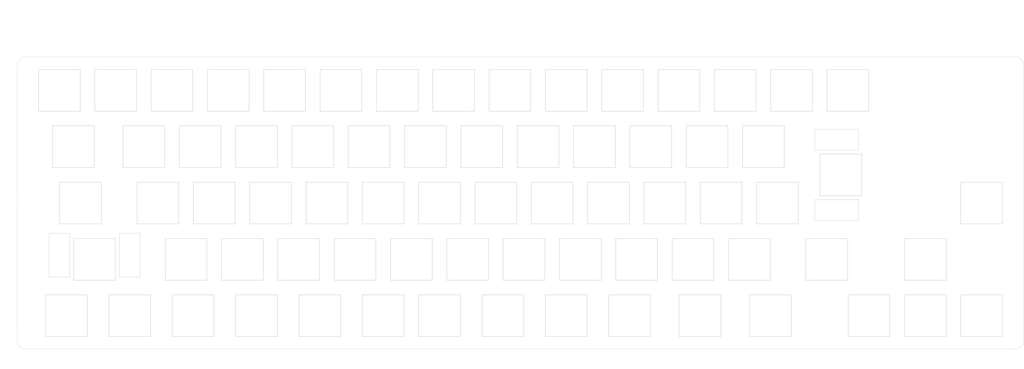
<source format=kicad_pcb>
(kicad_pcb (version 20171130) (host pcbnew "(5.1.12)-1")

  (general
    (thickness 1.6)
    (drawings 50)
    (tracks 0)
    (zones 0)
    (modules 88)
    (nets 1)
  )

  (page A3)
  (layers
    (0 F.Cu signal)
    (31 B.Cu signal)
    (32 B.Adhes user)
    (33 F.Adhes user)
    (34 B.Paste user)
    (35 F.Paste user)
    (36 B.SilkS user)
    (37 F.SilkS user)
    (38 B.Mask user)
    (39 F.Mask user)
    (40 Dwgs.User user)
    (41 Cmts.User user)
    (42 Eco1.User user)
    (43 Eco2.User user)
    (44 Edge.Cuts user)
    (45 Margin user)
    (46 B.CrtYd user)
    (47 F.CrtYd user)
    (48 B.Fab user)
    (49 F.Fab user)
  )

  (setup
    (last_trace_width 0.25)
    (user_trace_width 0.5)
    (user_trace_width 0.5)
    (trace_clearance 0.2)
    (zone_clearance 0.508)
    (zone_45_only no)
    (trace_min 0.2)
    (via_size 0.8)
    (via_drill 0.4)
    (via_min_size 0.4)
    (via_min_drill 0.3)
    (uvia_size 0.3)
    (uvia_drill 0.1)
    (uvias_allowed no)
    (uvia_min_size 0.2)
    (uvia_min_drill 0.1)
    (edge_width 0.1)
    (segment_width 0.2)
    (pcb_text_width 0.3)
    (pcb_text_size 1.5 1.5)
    (mod_edge_width 0.15)
    (mod_text_size 1 1)
    (mod_text_width 0.15)
    (pad_size 2.2 2.2)
    (pad_drill 2.2)
    (pad_to_mask_clearance 0)
    (aux_axis_origin 0 0)
    (visible_elements 7FFFFFFF)
    (pcbplotparams
      (layerselection 0x01000_7ffffffe)
      (usegerberextensions true)
      (usegerberattributes false)
      (usegerberadvancedattributes false)
      (creategerberjobfile false)
      (excludeedgelayer true)
      (linewidth 0.100000)
      (plotframeref false)
      (viasonmask false)
      (mode 1)
      (useauxorigin false)
      (hpglpennumber 1)
      (hpglpenspeed 20)
      (hpglpendiameter 15.000000)
      (psnegative false)
      (psa4output false)
      (plotreference true)
      (plotvalue true)
      (plotinvisibletext false)
      (padsonsilk false)
      (subtractmaskfromsilk false)
      (outputformat 4)
      (mirror false)
      (drillshape 0)
      (scaleselection 1)
      (outputdirectory "C:/Users/サリチル酸/Desktop/"))
  )

  (net 0 "")

  (net_class Default "これはデフォルトのネット クラスです。"
    (clearance 0.2)
    (trace_width 0.25)
    (via_dia 0.8)
    (via_drill 0.4)
    (uvia_dia 0.3)
    (uvia_drill 0.1)
  )

  (module kbd_SW_Hole:SW_Hole_1u (layer F.Cu) (tedit 60F58A59) (tstamp 639D1D86)
    (at 340.51875 66.675)
    (path /5C3DCEFA)
    (fp_text reference SW54 (at 7 8.1) (layer F.SilkS) hide
      (effects (font (size 1 1) (thickness 0.15)))
    )
    (fp_text value SW_PUSH (at -7.4 -8.1) (layer F.Fab) hide
      (effects (font (size 1 1) (thickness 0.15)))
    )
    (fp_line (start 9.525 9.525) (end 9.525 -9.525) (layer F.Fab) (width 0.15))
    (fp_line (start -9.525 9.525) (end 9.525 9.525) (layer F.Fab) (width 0.15))
    (fp_line (start -9.525 -9.525) (end -9.525 9.525) (layer F.Fab) (width 0.15))
    (fp_line (start 9.525 -9.525) (end -9.525 -9.525) (layer F.Fab) (width 0.15))
    (fp_line (start -7.05 7.05) (end -7.05 -7.05) (layer Edge.Cuts) (width 0.15))
    (fp_line (start 7.05 7.05) (end -7.05 7.05) (layer Edge.Cuts) (width 0.15))
    (fp_line (start 7.05 -7.05) (end 7.05 7.05) (layer Edge.Cuts) (width 0.15))
    (fp_line (start -7.05 -7.05) (end 7.05 -7.05) (layer Edge.Cuts) (width 0.15))
  )

  (module kbd_SW_Hole:SW_Hole_1u (layer F.Cu) (tedit 60F58A59) (tstamp 639D1CFA)
    (at 340.51875 104.775)
    (path /5C3DCEFA)
    (fp_text reference SW54 (at 7 8.1) (layer F.SilkS) hide
      (effects (font (size 1 1) (thickness 0.15)))
    )
    (fp_text value SW_PUSH (at -7.4 -8.1) (layer F.Fab) hide
      (effects (font (size 1 1) (thickness 0.15)))
    )
    (fp_line (start -7.05 -7.05) (end 7.05 -7.05) (layer Edge.Cuts) (width 0.15))
    (fp_line (start 7.05 -7.05) (end 7.05 7.05) (layer Edge.Cuts) (width 0.15))
    (fp_line (start 7.05 7.05) (end -7.05 7.05) (layer Edge.Cuts) (width 0.15))
    (fp_line (start -7.05 7.05) (end -7.05 -7.05) (layer Edge.Cuts) (width 0.15))
    (fp_line (start 9.525 -9.525) (end -9.525 -9.525) (layer F.Fab) (width 0.15))
    (fp_line (start -9.525 -9.525) (end -9.525 9.525) (layer F.Fab) (width 0.15))
    (fp_line (start -9.525 9.525) (end 9.525 9.525) (layer F.Fab) (width 0.15))
    (fp_line (start 9.525 9.525) (end 9.525 -9.525) (layer F.Fab) (width 0.15))
  )

  (module kbd_SW_Hole:SW_Hole_1u (layer F.Cu) (tedit 60F58A59) (tstamp 639D1C93)
    (at 321.46875 85.725)
    (path /5C3DCEFA)
    (fp_text reference SW54 (at 7 8.1) (layer F.SilkS) hide
      (effects (font (size 1 1) (thickness 0.15)))
    )
    (fp_text value SW_PUSH (at -7.4 -8.1) (layer F.Fab) hide
      (effects (font (size 1 1) (thickness 0.15)))
    )
    (fp_line (start -7.05 -7.05) (end 7.05 -7.05) (layer Edge.Cuts) (width 0.15))
    (fp_line (start 7.05 -7.05) (end 7.05 7.05) (layer Edge.Cuts) (width 0.15))
    (fp_line (start 7.05 7.05) (end -7.05 7.05) (layer Edge.Cuts) (width 0.15))
    (fp_line (start -7.05 7.05) (end -7.05 -7.05) (layer Edge.Cuts) (width 0.15))
    (fp_line (start 9.525 -9.525) (end -9.525 -9.525) (layer F.Fab) (width 0.15))
    (fp_line (start -9.525 -9.525) (end -9.525 9.525) (layer F.Fab) (width 0.15))
    (fp_line (start -9.525 9.525) (end 9.525 9.525) (layer F.Fab) (width 0.15))
    (fp_line (start 9.525 9.525) (end 9.525 -9.525) (layer F.Fab) (width 0.15))
  )

  (module kbd_SW_Hole:SW_Hole_1u (layer F.Cu) (tedit 60F58A59) (tstamp 639D1C7D)
    (at 321.46875 104.775)
    (path /5C3DCEFA)
    (fp_text reference SW54 (at 7 8.1) (layer F.SilkS) hide
      (effects (font (size 1 1) (thickness 0.15)))
    )
    (fp_text value SW_PUSH (at -7.4 -8.1) (layer F.Fab) hide
      (effects (font (size 1 1) (thickness 0.15)))
    )
    (fp_line (start 9.525 9.525) (end 9.525 -9.525) (layer F.Fab) (width 0.15))
    (fp_line (start -9.525 9.525) (end 9.525 9.525) (layer F.Fab) (width 0.15))
    (fp_line (start -9.525 -9.525) (end -9.525 9.525) (layer F.Fab) (width 0.15))
    (fp_line (start 9.525 -9.525) (end -9.525 -9.525) (layer F.Fab) (width 0.15))
    (fp_line (start -7.05 7.05) (end -7.05 -7.05) (layer Edge.Cuts) (width 0.15))
    (fp_line (start 7.05 7.05) (end -7.05 7.05) (layer Edge.Cuts) (width 0.15))
    (fp_line (start 7.05 -7.05) (end 7.05 7.05) (layer Edge.Cuts) (width 0.15))
    (fp_line (start -7.05 -7.05) (end 7.05 -7.05) (layer Edge.Cuts) (width 0.15))
  )

  (module kbd_SW_Hole:SW_Hole_1u (layer F.Cu) (tedit 60F58A59) (tstamp 639D1C5B)
    (at 302.41875 104.775)
    (path /5C3DCEFA)
    (fp_text reference SW54 (at 7 8.1) (layer F.SilkS) hide
      (effects (font (size 1 1) (thickness 0.15)))
    )
    (fp_text value SW_PUSH (at -7.4 -8.1) (layer F.Fab) hide
      (effects (font (size 1 1) (thickness 0.15)))
    )
    (fp_line (start -7.05 -7.05) (end 7.05 -7.05) (layer Edge.Cuts) (width 0.15))
    (fp_line (start 7.05 -7.05) (end 7.05 7.05) (layer Edge.Cuts) (width 0.15))
    (fp_line (start 7.05 7.05) (end -7.05 7.05) (layer Edge.Cuts) (width 0.15))
    (fp_line (start -7.05 7.05) (end -7.05 -7.05) (layer Edge.Cuts) (width 0.15))
    (fp_line (start 9.525 -9.525) (end -9.525 -9.525) (layer F.Fab) (width 0.15))
    (fp_line (start -9.525 -9.525) (end -9.525 9.525) (layer F.Fab) (width 0.15))
    (fp_line (start -9.525 9.525) (end 9.525 9.525) (layer F.Fab) (width 0.15))
    (fp_line (start 9.525 9.525) (end 9.525 -9.525) (layer F.Fab) (width 0.15))
  )

  (module kbd_SW_Hole:SW_Hole_1.25u (layer F.Cu) (tedit 60F58AA9) (tstamp 639D1C39)
    (at 269.08125 104.775)
    (path /5C6AB630)
    (fp_text reference SW55 (at 7 8.1) (layer F.SilkS) hide
      (effects (font (size 1 1) (thickness 0.15)))
    )
    (fp_text value SW_PUSH (at -7.4 -8.1) (layer F.Fab) hide
      (effects (font (size 1 1) (thickness 0.15)))
    )
    (fp_line (start 11.90625 9.525) (end 11.90625 -9.525) (layer F.Fab) (width 0.15))
    (fp_line (start -11.90625 9.525) (end 11.90625 9.525) (layer F.Fab) (width 0.15))
    (fp_line (start -11.90625 -9.525) (end -11.90625 9.525) (layer F.Fab) (width 0.15))
    (fp_line (start 11.90625 -9.525) (end -11.90625 -9.525) (layer F.Fab) (width 0.15))
    (fp_line (start -7.05 7.05) (end -7.05 -7.05) (layer Edge.Cuts) (width 0.15))
    (fp_line (start 7.05 7.05) (end -7.05 7.05) (layer Edge.Cuts) (width 0.15))
    (fp_line (start 7.05 -7.05) (end 7.05 7.05) (layer Edge.Cuts) (width 0.15))
    (fp_line (start -7.05 -7.05) (end 7.05 -7.05) (layer Edge.Cuts) (width 0.15))
  )

  (module kbd_SW_Hole:SW_Hole_1.75u (layer F.Cu) (tedit 60F58ACC) (tstamp 639D1BB6)
    (at 288.13125 85.725)
    (path /5CAAE847)
    (fp_text reference SW3 (at 7 8.1) (layer Edge.Cuts) hide
      (effects (font (size 1 1) (thickness 0.15)))
    )
    (fp_text value SW_PUSH (at -7.4 -8.1) (layer F.Fab) hide
      (effects (font (size 1 1) (thickness 0.15)))
    )
    (fp_line (start 16.66875 9.525) (end 16.66875 -9.525) (layer F.Fab) (width 0.15))
    (fp_line (start -16.66875 9.525) (end 16.66875 9.525) (layer F.Fab) (width 0.15))
    (fp_line (start -16.66875 -9.525) (end -16.66875 9.525) (layer F.Fab) (width 0.15))
    (fp_line (start 16.66875 -9.525) (end -16.66875 -9.525) (layer F.Fab) (width 0.15))
    (fp_line (start -7.05 7.05) (end -7.05 -7.05) (layer Edge.Cuts) (width 0.15))
    (fp_line (start 7.05 7.05) (end -7.05 7.05) (layer Edge.Cuts) (width 0.15))
    (fp_line (start 7.05 -7.05) (end 7.05 7.05) (layer Edge.Cuts) (width 0.15))
    (fp_line (start -7.05 -7.05) (end 7.05 -7.05) (layer Edge.Cuts) (width 0.15))
  )

  (module kbd_SW_Hole:SW_Hole_1u (layer F.Cu) (tedit 60F58A59) (tstamp 639D1B7B)
    (at 261.9375 85.725)
    (path /5C3DCEFA)
    (fp_text reference SW54 (at 7 8.1) (layer F.SilkS) hide
      (effects (font (size 1 1) (thickness 0.15)))
    )
    (fp_text value SW_PUSH (at -7.4 -8.1) (layer F.Fab) hide
      (effects (font (size 1 1) (thickness 0.15)))
    )
    (fp_line (start 9.525 9.525) (end 9.525 -9.525) (layer F.Fab) (width 0.15))
    (fp_line (start -9.525 9.525) (end 9.525 9.525) (layer F.Fab) (width 0.15))
    (fp_line (start -9.525 -9.525) (end -9.525 9.525) (layer F.Fab) (width 0.15))
    (fp_line (start 9.525 -9.525) (end -9.525 -9.525) (layer F.Fab) (width 0.15))
    (fp_line (start -7.05 7.05) (end -7.05 -7.05) (layer Edge.Cuts) (width 0.15))
    (fp_line (start 7.05 7.05) (end -7.05 7.05) (layer Edge.Cuts) (width 0.15))
    (fp_line (start 7.05 -7.05) (end 7.05 7.05) (layer Edge.Cuts) (width 0.15))
    (fp_line (start -7.05 -7.05) (end 7.05 -7.05) (layer Edge.Cuts) (width 0.15))
  )

  (module kbd_SW_Hole:SW_Hole_2u (layer F.Cu) (tedit 60F58AF2) (tstamp 60A297C8)
    (at 292.89375 57.15 270)
    (fp_text reference SW66 (at 7 8.1 90) (layer Edge.Cuts) hide
      (effects (font (size 1 1) (thickness 0.15)))
    )
    (fp_text value KEY_SWITCH (at -7.4 -8.1 90) (layer F.Fab) hide
      (effects (font (size 1 1) (thickness 0.15)))
    )
    (fp_line (start -15.4 -6) (end -8.4 -6) (layer Edge.Cuts) (width 0.12))
    (fp_line (start -15.4 8.8) (end -15.4 -6) (layer Edge.Cuts) (width 0.12))
    (fp_line (start -8.4 8.8) (end -15.4 8.8) (layer Edge.Cuts) (width 0.12))
    (fp_line (start -8.4 -6) (end -8.4 8.8) (layer Edge.Cuts) (width 0.12))
    (fp_line (start 15.4 -6) (end 8.4 -6) (layer Edge.Cuts) (width 0.12))
    (fp_line (start 15.4 8.8) (end 15.4 -6) (layer Edge.Cuts) (width 0.12))
    (fp_line (start 8.4 8.8) (end 15.4 8.8) (layer Edge.Cuts) (width 0.12))
    (fp_line (start 8.4 -6) (end 8.4 8.8) (layer Edge.Cuts) (width 0.12))
    (fp_line (start -7.05 -7.05) (end 7.05 -7.05) (layer Edge.Cuts) (width 0.15))
    (fp_line (start 7.05 -7.05) (end 7.05 7.05) (layer Edge.Cuts) (width 0.15))
    (fp_line (start 7.05 7.05) (end -7.05 7.05) (layer Edge.Cuts) (width 0.15))
    (fp_line (start -7.05 7.05) (end -7.05 -7.05) (layer Edge.Cuts) (width 0.15))
    (fp_line (start 19.05 -9.525) (end -19.05 -9.525) (layer F.Fab) (width 0.15))
    (fp_line (start -19.05 -9.525) (end -19.05 9.525) (layer F.Fab) (width 0.15))
    (fp_line (start -19.05 9.525) (end 19.05 9.525) (layer F.Fab) (width 0.15))
    (fp_line (start 19.05 9.525) (end 19.05 -9.525) (layer F.Fab) (width 0.15))
  )

  (module kbd_SW_Hole:SW_Hole_1.25u (layer F.Cu) (tedit 60F58AA9) (tstamp 60A299D0)
    (at 245.26875 104.775)
    (path /5C6AB630)
    (fp_text reference SW55 (at 7 8.1) (layer F.SilkS) hide
      (effects (font (size 1 1) (thickness 0.15)))
    )
    (fp_text value SW_PUSH (at -7.4 -8.1) (layer F.Fab) hide
      (effects (font (size 1 1) (thickness 0.15)))
    )
    (fp_line (start -7.05 -7.05) (end 7.05 -7.05) (layer Edge.Cuts) (width 0.15))
    (fp_line (start 7.05 -7.05) (end 7.05 7.05) (layer Edge.Cuts) (width 0.15))
    (fp_line (start 7.05 7.05) (end -7.05 7.05) (layer Edge.Cuts) (width 0.15))
    (fp_line (start -7.05 7.05) (end -7.05 -7.05) (layer Edge.Cuts) (width 0.15))
    (fp_line (start 11.90625 -9.525) (end -11.90625 -9.525) (layer F.Fab) (width 0.15))
    (fp_line (start -11.90625 -9.525) (end -11.90625 9.525) (layer F.Fab) (width 0.15))
    (fp_line (start -11.90625 9.525) (end 11.90625 9.525) (layer F.Fab) (width 0.15))
    (fp_line (start 11.90625 9.525) (end 11.90625 -9.525) (layer F.Fab) (width 0.15))
  )

  (module kbd_SW_Hole:SW_Hole_1.25u (layer F.Cu) (tedit 60F58AA9) (tstamp 60A299BA)
    (at 221.45625 104.775)
    (path /5C6AB630)
    (fp_text reference SW50 (at 7 8.1) (layer F.SilkS) hide
      (effects (font (size 1 1) (thickness 0.15)))
    )
    (fp_text value SW_PUSH (at -7.4 -8.1) (layer F.Fab) hide
      (effects (font (size 1 1) (thickness 0.15)))
    )
    (fp_line (start -7.05 -7.05) (end 7.05 -7.05) (layer Edge.Cuts) (width 0.15))
    (fp_line (start 7.05 -7.05) (end 7.05 7.05) (layer Edge.Cuts) (width 0.15))
    (fp_line (start 7.05 7.05) (end -7.05 7.05) (layer Edge.Cuts) (width 0.15))
    (fp_line (start -7.05 7.05) (end -7.05 -7.05) (layer Edge.Cuts) (width 0.15))
    (fp_line (start 11.90625 -9.525) (end -11.90625 -9.525) (layer F.Fab) (width 0.15))
    (fp_line (start -11.90625 -9.525) (end -11.90625 9.525) (layer F.Fab) (width 0.15))
    (fp_line (start -11.90625 9.525) (end 11.90625 9.525) (layer F.Fab) (width 0.15))
    (fp_line (start 11.90625 9.525) (end 11.90625 -9.525) (layer F.Fab) (width 0.15))
  )

  (module kbd_SW_Hole:SW_Hole_1.25u (layer F.Cu) (tedit 60F58AA9) (tstamp 60A299A4)
    (at 178.59375 104.775)
    (path /5C6AB630)
    (fp_text reference SW40 (at 7 8.1) (layer F.SilkS) hide
      (effects (font (size 1 1) (thickness 0.15)))
    )
    (fp_text value SW_PUSH (at -7.4 -8.1) (layer F.Fab) hide
      (effects (font (size 1 1) (thickness 0.15)))
    )
    (fp_line (start -7.05 -7.05) (end 7.05 -7.05) (layer Edge.Cuts) (width 0.15))
    (fp_line (start 7.05 -7.05) (end 7.05 7.05) (layer Edge.Cuts) (width 0.15))
    (fp_line (start 7.05 7.05) (end -7.05 7.05) (layer Edge.Cuts) (width 0.15))
    (fp_line (start -7.05 7.05) (end -7.05 -7.05) (layer Edge.Cuts) (width 0.15))
    (fp_line (start 11.90625 -9.525) (end -11.90625 -9.525) (layer F.Fab) (width 0.15))
    (fp_line (start -11.90625 -9.525) (end -11.90625 9.525) (layer F.Fab) (width 0.15))
    (fp_line (start -11.90625 9.525) (end 11.90625 9.525) (layer F.Fab) (width 0.15))
    (fp_line (start 11.90625 9.525) (end 11.90625 -9.525) (layer F.Fab) (width 0.15))
  )

  (module kbd_SW_Hole:SW_Hole_1.25u (layer F.Cu) (tedit 60F58AA9) (tstamp 5CB90C09)
    (at 116.68125 104.775)
    (path /5C6AB630)
    (fp_text reference SW25 (at 7 8.1) (layer F.SilkS) hide
      (effects (font (size 1 1) (thickness 0.15)))
    )
    (fp_text value SW_PUSH (at -7.4 -8.1) (layer F.Fab) hide
      (effects (font (size 1 1) (thickness 0.15)))
    )
    (fp_line (start -7.05 -7.05) (end 7.05 -7.05) (layer Edge.Cuts) (width 0.15))
    (fp_line (start 7.05 -7.05) (end 7.05 7.05) (layer Edge.Cuts) (width 0.15))
    (fp_line (start 7.05 7.05) (end -7.05 7.05) (layer Edge.Cuts) (width 0.15))
    (fp_line (start -7.05 7.05) (end -7.05 -7.05) (layer Edge.Cuts) (width 0.15))
    (fp_line (start 11.90625 -9.525) (end -11.90625 -9.525) (layer F.Fab) (width 0.15))
    (fp_line (start -11.90625 -9.525) (end -11.90625 9.525) (layer F.Fab) (width 0.15))
    (fp_line (start -11.90625 9.525) (end 11.90625 9.525) (layer F.Fab) (width 0.15))
    (fp_line (start 11.90625 9.525) (end 11.90625 -9.525) (layer F.Fab) (width 0.15))
  )

  (module kbd_SW_Hole:SW_Hole_1.25u (layer F.Cu) (tedit 60F58AA9) (tstamp 60524BCB)
    (at 30.95625 104.775)
    (path /5CAAE83E)
    (fp_text reference SW5 (at 7 8.1) (layer F.SilkS) hide
      (effects (font (size 1 1) (thickness 0.15)))
    )
    (fp_text value SW_PUSH (at -7.4 -8.1) (layer F.Fab) hide
      (effects (font (size 1 1) (thickness 0.15)))
    )
    (fp_line (start -7.05 -7.05) (end 7.05 -7.05) (layer Edge.Cuts) (width 0.15))
    (fp_line (start 7.05 -7.05) (end 7.05 7.05) (layer Edge.Cuts) (width 0.15))
    (fp_line (start 7.05 7.05) (end -7.05 7.05) (layer Edge.Cuts) (width 0.15))
    (fp_line (start -7.05 7.05) (end -7.05 -7.05) (layer Edge.Cuts) (width 0.15))
    (fp_line (start 11.90625 -9.525) (end -11.90625 -9.525) (layer F.Fab) (width 0.15))
    (fp_line (start -11.90625 -9.525) (end -11.90625 9.525) (layer F.Fab) (width 0.15))
    (fp_line (start -11.90625 9.525) (end 11.90625 9.525) (layer F.Fab) (width 0.15))
    (fp_line (start 11.90625 9.525) (end 11.90625 -9.525) (layer F.Fab) (width 0.15))
  )

  (module kbd_SW_Hole:SW_Hole_1.25u (layer F.Cu) (tedit 60F58AA9) (tstamp 5CB90BF3)
    (at 73.81875 104.775)
    (path /5CAAE83E)
    (fp_text reference SW15 (at 7 8.1) (layer F.SilkS) hide
      (effects (font (size 1 1) (thickness 0.15)))
    )
    (fp_text value SW_PUSH (at -7.4 -8.1) (layer F.Fab) hide
      (effects (font (size 1 1) (thickness 0.15)))
    )
    (fp_line (start -7.05 -7.05) (end 7.05 -7.05) (layer Edge.Cuts) (width 0.15))
    (fp_line (start 7.05 -7.05) (end 7.05 7.05) (layer Edge.Cuts) (width 0.15))
    (fp_line (start 7.05 7.05) (end -7.05 7.05) (layer Edge.Cuts) (width 0.15))
    (fp_line (start -7.05 7.05) (end -7.05 -7.05) (layer Edge.Cuts) (width 0.15))
    (fp_line (start 11.90625 -9.525) (end -11.90625 -9.525) (layer F.Fab) (width 0.15))
    (fp_line (start -11.90625 -9.525) (end -11.90625 9.525) (layer F.Fab) (width 0.15))
    (fp_line (start -11.90625 9.525) (end 11.90625 9.525) (layer F.Fab) (width 0.15))
    (fp_line (start 11.90625 9.525) (end 11.90625 -9.525) (layer F.Fab) (width 0.15))
  )

  (module kbd_SW_Hole:SW_Hole_2.25u (layer F.Cu) (tedit 60F58B15) (tstamp 60A290EB)
    (at 40.48125 85.725 180)
    (fp_text reference SW4 (at 7 8.1) (layer Edge.Cuts) hide
      (effects (font (size 1 1) (thickness 0.15)))
    )
    (fp_text value KEY_SWITCH (at -7.4 -8.1) (layer F.Fab) hide
      (effects (font (size 1 1) (thickness 0.15)))
    )
    (fp_line (start -15.4 -6) (end -8.4 -6) (layer Edge.Cuts) (width 0.12))
    (fp_line (start -15.4 8.8) (end -15.4 -6) (layer Edge.Cuts) (width 0.12))
    (fp_line (start -8.4 8.8) (end -15.4 8.8) (layer Edge.Cuts) (width 0.12))
    (fp_line (start -8.4 -6) (end -8.4 8.8) (layer Edge.Cuts) (width 0.12))
    (fp_line (start 15.4 -6) (end 8.4 -6) (layer Edge.Cuts) (width 0.12))
    (fp_line (start 15.4 8.8) (end 15.4 -6) (layer Edge.Cuts) (width 0.12))
    (fp_line (start 8.4 8.8) (end 15.4 8.8) (layer Edge.Cuts) (width 0.12))
    (fp_line (start 8.4 -6) (end 8.4 8.8) (layer Edge.Cuts) (width 0.12))
    (fp_line (start -7.05 -7.05) (end 7.05 -7.05) (layer Edge.Cuts) (width 0.15))
    (fp_line (start 7.05 -7.05) (end 7.05 7.05) (layer Edge.Cuts) (width 0.15))
    (fp_line (start 7.05 7.05) (end -7.05 7.05) (layer Edge.Cuts) (width 0.15))
    (fp_line (start -7.05 7.05) (end -7.05 -7.05) (layer Edge.Cuts) (width 0.15))
    (fp_line (start 21.43125 -9.525) (end -21.43125 -9.525) (layer F.Fab) (width 0.15))
    (fp_line (start -21.43125 -9.525) (end -21.43125 9.525) (layer F.Fab) (width 0.15))
    (fp_line (start -21.43125 9.525) (end 21.43125 9.525) (layer F.Fab) (width 0.15))
    (fp_line (start 21.43125 9.525) (end 21.43125 -9.525) (layer F.Fab) (width 0.15))
  )

  (module kbd_SW_Hole:SW_Hole_1.75u (layer F.Cu) (tedit 60F58ACC) (tstamp 5CF70F1B)
    (at 35.71875 66.675)
    (path /5CAAE847)
    (fp_text reference SW3 (at 7 8.1) (layer Edge.Cuts) hide
      (effects (font (size 1 1) (thickness 0.15)))
    )
    (fp_text value SW_PUSH (at -7.4 -8.1) (layer F.Fab) hide
      (effects (font (size 1 1) (thickness 0.15)))
    )
    (fp_line (start -7.05 -7.05) (end 7.05 -7.05) (layer Edge.Cuts) (width 0.15))
    (fp_line (start 7.05 -7.05) (end 7.05 7.05) (layer Edge.Cuts) (width 0.15))
    (fp_line (start 7.05 7.05) (end -7.05 7.05) (layer Edge.Cuts) (width 0.15))
    (fp_line (start -7.05 7.05) (end -7.05 -7.05) (layer Edge.Cuts) (width 0.15))
    (fp_line (start 16.66875 -9.525) (end -16.66875 -9.525) (layer F.Fab) (width 0.15))
    (fp_line (start -16.66875 -9.525) (end -16.66875 9.525) (layer F.Fab) (width 0.15))
    (fp_line (start -16.66875 9.525) (end 16.66875 9.525) (layer F.Fab) (width 0.15))
    (fp_line (start 16.66875 9.525) (end 16.66875 -9.525) (layer F.Fab) (width 0.15))
  )

  (module kbd_SW_Hole:SW_Hole_1.5u (layer F.Cu) (tedit 60F58A81) (tstamp 60A28FB7)
    (at 33.3375 47.625)
    (fp_text reference SW2 (at 7 8.1) (layer F.SilkS) hide
      (effects (font (size 1 1) (thickness 0.15)))
    )
    (fp_text value KEY_SWITCH (at -7.4 -8.1) (layer F.Fab) hide
      (effects (font (size 1 1) (thickness 0.15)))
    )
    (fp_line (start -7.05 -7.05) (end 7.05 -7.05) (layer Edge.Cuts) (width 0.15))
    (fp_line (start 7.05 -7.05) (end 7.05 7.05) (layer Edge.Cuts) (width 0.15))
    (fp_line (start 7.05 7.05) (end -7.05 7.05) (layer Edge.Cuts) (width 0.15))
    (fp_line (start -7.05 7.05) (end -7.05 -7.05) (layer Edge.Cuts) (width 0.15))
    (fp_line (start 14.2875 -9.525) (end -14.2875 -9.525) (layer F.Fab) (width 0.15))
    (fp_line (start -14.2875 -9.525) (end -14.2875 9.525) (layer F.Fab) (width 0.15))
    (fp_line (start -14.2875 9.525) (end 14.2875 9.525) (layer F.Fab) (width 0.15))
    (fp_line (start 14.2875 9.525) (end 14.2875 -9.525) (layer F.Fab) (width 0.15))
  )

  (module kbd_SW_Hole:SW_Hole_1u (layer F.Cu) (tedit 60F58A59) (tstamp 60A298E0)
    (at 276.225 28.575)
    (path /5C3DCE96)
    (fp_text reference SW64 (at 7 8.1) (layer F.SilkS) hide
      (effects (font (size 1 1) (thickness 0.15)))
    )
    (fp_text value SW_PUSH (at -7.4 -8.1) (layer F.Fab) hide
      (effects (font (size 1 1) (thickness 0.15)))
    )
    (fp_line (start -7.05 -7.05) (end 7.05 -7.05) (layer Edge.Cuts) (width 0.15))
    (fp_line (start 7.05 -7.05) (end 7.05 7.05) (layer Edge.Cuts) (width 0.15))
    (fp_line (start 7.05 7.05) (end -7.05 7.05) (layer Edge.Cuts) (width 0.15))
    (fp_line (start -7.05 7.05) (end -7.05 -7.05) (layer Edge.Cuts) (width 0.15))
    (fp_line (start 9.525 -9.525) (end -9.525 -9.525) (layer F.Fab) (width 0.15))
    (fp_line (start -9.525 -9.525) (end -9.525 9.525) (layer F.Fab) (width 0.15))
    (fp_line (start -9.525 9.525) (end 9.525 9.525) (layer F.Fab) (width 0.15))
    (fp_line (start 9.525 9.525) (end 9.525 -9.525) (layer F.Fab) (width 0.15))
  )

  (module kbd_SW_Hole:SW_Hole_1u (layer F.Cu) (tedit 60F58A59) (tstamp 60A298D5)
    (at 295.275 28.575)
    (path /5C3DCE96)
    (fp_text reference SW65 (at 7 8.1) (layer F.SilkS) hide
      (effects (font (size 1 1) (thickness 0.15)))
    )
    (fp_text value SW_PUSH (at -7.4 -8.1) (layer F.Fab) hide
      (effects (font (size 1 1) (thickness 0.15)))
    )
    (fp_line (start -7.05 -7.05) (end 7.05 -7.05) (layer Edge.Cuts) (width 0.15))
    (fp_line (start 7.05 -7.05) (end 7.05 7.05) (layer Edge.Cuts) (width 0.15))
    (fp_line (start 7.05 7.05) (end -7.05 7.05) (layer Edge.Cuts) (width 0.15))
    (fp_line (start -7.05 7.05) (end -7.05 -7.05) (layer Edge.Cuts) (width 0.15))
    (fp_line (start 9.525 -9.525) (end -9.525 -9.525) (layer F.Fab) (width 0.15))
    (fp_line (start -9.525 -9.525) (end -9.525 9.525) (layer F.Fab) (width 0.15))
    (fp_line (start -9.525 9.525) (end 9.525 9.525) (layer F.Fab) (width 0.15))
    (fp_line (start 9.525 9.525) (end 9.525 -9.525) (layer F.Fab) (width 0.15))
  )

  (module kbd_SW_Hole:SW_Hole_1u (layer F.Cu) (tedit 60F58A59) (tstamp 60A2971A)
    (at 252.4125 66.675)
    (path /5C3DCE96)
    (fp_text reference SW58 (at 7 8.1) (layer F.SilkS) hide
      (effects (font (size 1 1) (thickness 0.15)))
    )
    (fp_text value SW_PUSH (at -7.4 -8.1) (layer F.Fab) hide
      (effects (font (size 1 1) (thickness 0.15)))
    )
    (fp_line (start -7.05 -7.05) (end 7.05 -7.05) (layer Edge.Cuts) (width 0.15))
    (fp_line (start 7.05 -7.05) (end 7.05 7.05) (layer Edge.Cuts) (width 0.15))
    (fp_line (start 7.05 7.05) (end -7.05 7.05) (layer Edge.Cuts) (width 0.15))
    (fp_line (start -7.05 7.05) (end -7.05 -7.05) (layer Edge.Cuts) (width 0.15))
    (fp_line (start 9.525 -9.525) (end -9.525 -9.525) (layer F.Fab) (width 0.15))
    (fp_line (start -9.525 -9.525) (end -9.525 9.525) (layer F.Fab) (width 0.15))
    (fp_line (start -9.525 9.525) (end 9.525 9.525) (layer F.Fab) (width 0.15))
    (fp_line (start 9.525 9.525) (end 9.525 -9.525) (layer F.Fab) (width 0.15))
  )

  (module kbd_SW_Hole:SW_Hole_1u (layer F.Cu) (tedit 60F58A59) (tstamp 60A2970F)
    (at 219.075 28.575)
    (path /5C3DCE96)
    (fp_text reference SW51 (at 7 8.1) (layer F.SilkS) hide
      (effects (font (size 1 1) (thickness 0.15)))
    )
    (fp_text value SW_PUSH (at -7.4 -8.1) (layer F.Fab) hide
      (effects (font (size 1 1) (thickness 0.15)))
    )
    (fp_line (start -7.05 -7.05) (end 7.05 -7.05) (layer Edge.Cuts) (width 0.15))
    (fp_line (start 7.05 -7.05) (end 7.05 7.05) (layer Edge.Cuts) (width 0.15))
    (fp_line (start 7.05 7.05) (end -7.05 7.05) (layer Edge.Cuts) (width 0.15))
    (fp_line (start -7.05 7.05) (end -7.05 -7.05) (layer Edge.Cuts) (width 0.15))
    (fp_line (start 9.525 -9.525) (end -9.525 -9.525) (layer F.Fab) (width 0.15))
    (fp_line (start -9.525 -9.525) (end -9.525 9.525) (layer F.Fab) (width 0.15))
    (fp_line (start -9.525 9.525) (end 9.525 9.525) (layer F.Fab) (width 0.15))
    (fp_line (start 9.525 9.525) (end 9.525 -9.525) (layer F.Fab) (width 0.15))
  )

  (module kbd_SW_Hole:SW_Hole_1u (layer F.Cu) (tedit 60F58A59) (tstamp 60A29704)
    (at 257.175 28.575)
    (path /5C3DCE96)
    (fp_text reference SW59 (at 7 8.1) (layer F.SilkS) hide
      (effects (font (size 1 1) (thickness 0.15)))
    )
    (fp_text value SW_PUSH (at -7.4 -8.1) (layer F.Fab) hide
      (effects (font (size 1 1) (thickness 0.15)))
    )
    (fp_line (start -7.05 -7.05) (end 7.05 -7.05) (layer Edge.Cuts) (width 0.15))
    (fp_line (start 7.05 -7.05) (end 7.05 7.05) (layer Edge.Cuts) (width 0.15))
    (fp_line (start 7.05 7.05) (end -7.05 7.05) (layer Edge.Cuts) (width 0.15))
    (fp_line (start -7.05 7.05) (end -7.05 -7.05) (layer Edge.Cuts) (width 0.15))
    (fp_line (start 9.525 -9.525) (end -9.525 -9.525) (layer F.Fab) (width 0.15))
    (fp_line (start -9.525 -9.525) (end -9.525 9.525) (layer F.Fab) (width 0.15))
    (fp_line (start -9.525 9.525) (end 9.525 9.525) (layer F.Fab) (width 0.15))
    (fp_line (start 9.525 9.525) (end 9.525 -9.525) (layer F.Fab) (width 0.15))
  )

  (module kbd_SW_Hole:SW_Hole_1u (layer F.Cu) (tedit 60F58A59) (tstamp 60A296EE)
    (at 271.4625 66.675)
    (path /5C3DCE96)
    (fp_text reference SW61 (at 7 8.1) (layer F.SilkS) hide
      (effects (font (size 1 1) (thickness 0.15)))
    )
    (fp_text value SW_PUSH (at -7.4 -8.1) (layer F.Fab) hide
      (effects (font (size 1 1) (thickness 0.15)))
    )
    (fp_line (start -7.05 -7.05) (end 7.05 -7.05) (layer Edge.Cuts) (width 0.15))
    (fp_line (start 7.05 -7.05) (end 7.05 7.05) (layer Edge.Cuts) (width 0.15))
    (fp_line (start 7.05 7.05) (end -7.05 7.05) (layer Edge.Cuts) (width 0.15))
    (fp_line (start -7.05 7.05) (end -7.05 -7.05) (layer Edge.Cuts) (width 0.15))
    (fp_line (start 9.525 -9.525) (end -9.525 -9.525) (layer F.Fab) (width 0.15))
    (fp_line (start -9.525 -9.525) (end -9.525 9.525) (layer F.Fab) (width 0.15))
    (fp_line (start -9.525 9.525) (end 9.525 9.525) (layer F.Fab) (width 0.15))
    (fp_line (start 9.525 9.525) (end 9.525 -9.525) (layer F.Fab) (width 0.15))
  )

  (module kbd_SW_Hole:SW_Hole_1u (layer F.Cu) (tedit 60F58A59) (tstamp 60A296E3)
    (at 233.3625 66.675)
    (path /5C3DCE96)
    (fp_text reference SW53 (at 7 8.1) (layer F.SilkS) hide
      (effects (font (size 1 1) (thickness 0.15)))
    )
    (fp_text value SW_PUSH (at -7.4 -8.1) (layer F.Fab) hide
      (effects (font (size 1 1) (thickness 0.15)))
    )
    (fp_line (start -7.05 -7.05) (end 7.05 -7.05) (layer Edge.Cuts) (width 0.15))
    (fp_line (start 7.05 -7.05) (end 7.05 7.05) (layer Edge.Cuts) (width 0.15))
    (fp_line (start 7.05 7.05) (end -7.05 7.05) (layer Edge.Cuts) (width 0.15))
    (fp_line (start -7.05 7.05) (end -7.05 -7.05) (layer Edge.Cuts) (width 0.15))
    (fp_line (start 9.525 -9.525) (end -9.525 -9.525) (layer F.Fab) (width 0.15))
    (fp_line (start -9.525 -9.525) (end -9.525 9.525) (layer F.Fab) (width 0.15))
    (fp_line (start -9.525 9.525) (end 9.525 9.525) (layer F.Fab) (width 0.15))
    (fp_line (start 9.525 9.525) (end 9.525 -9.525) (layer F.Fab) (width 0.15))
  )

  (module kbd_SW_Hole:SW_Hole_1u (layer F.Cu) (tedit 60F58A59) (tstamp 60A296C2)
    (at 238.125 28.575)
    (path /5C3DCE96)
    (fp_text reference SW56 (at 7 8.1) (layer F.SilkS) hide
      (effects (font (size 1 1) (thickness 0.15)))
    )
    (fp_text value SW_PUSH (at -7.4 -8.1) (layer F.Fab) hide
      (effects (font (size 1 1) (thickness 0.15)))
    )
    (fp_line (start -7.05 -7.05) (end 7.05 -7.05) (layer Edge.Cuts) (width 0.15))
    (fp_line (start 7.05 -7.05) (end 7.05 7.05) (layer Edge.Cuts) (width 0.15))
    (fp_line (start 7.05 7.05) (end -7.05 7.05) (layer Edge.Cuts) (width 0.15))
    (fp_line (start -7.05 7.05) (end -7.05 -7.05) (layer Edge.Cuts) (width 0.15))
    (fp_line (start 9.525 -9.525) (end -9.525 -9.525) (layer F.Fab) (width 0.15))
    (fp_line (start -9.525 -9.525) (end -9.525 9.525) (layer F.Fab) (width 0.15))
    (fp_line (start -9.525 9.525) (end 9.525 9.525) (layer F.Fab) (width 0.15))
    (fp_line (start 9.525 9.525) (end 9.525 -9.525) (layer F.Fab) (width 0.15))
  )

  (module kbd_SW_Hole:SW_Hole_1u (layer F.Cu) (tedit 60F58A59) (tstamp 60A29612)
    (at 214.3125 66.675)
    (path /5C3DCE96)
    (fp_text reference SW48 (at 7 8.1) (layer F.SilkS) hide
      (effects (font (size 1 1) (thickness 0.15)))
    )
    (fp_text value SW_PUSH (at -7.4 -8.1) (layer F.Fab) hide
      (effects (font (size 1 1) (thickness 0.15)))
    )
    (fp_line (start -7.05 -7.05) (end 7.05 -7.05) (layer Edge.Cuts) (width 0.15))
    (fp_line (start 7.05 -7.05) (end 7.05 7.05) (layer Edge.Cuts) (width 0.15))
    (fp_line (start 7.05 7.05) (end -7.05 7.05) (layer Edge.Cuts) (width 0.15))
    (fp_line (start -7.05 7.05) (end -7.05 -7.05) (layer Edge.Cuts) (width 0.15))
    (fp_line (start 9.525 -9.525) (end -9.525 -9.525) (layer F.Fab) (width 0.15))
    (fp_line (start -9.525 -9.525) (end -9.525 9.525) (layer F.Fab) (width 0.15))
    (fp_line (start -9.525 9.525) (end 9.525 9.525) (layer F.Fab) (width 0.15))
    (fp_line (start 9.525 9.525) (end 9.525 -9.525) (layer F.Fab) (width 0.15))
  )

  (module kbd_SW_Hole:SW_Hole_1u (layer F.Cu) (tedit 60F58A59) (tstamp 60A295F1)
    (at 161.925 28.575)
    (path /5C3DCE96)
    (fp_text reference SW36 (at 7 8.1) (layer F.SilkS) hide
      (effects (font (size 1 1) (thickness 0.15)))
    )
    (fp_text value SW_PUSH (at -7.4 -8.1) (layer F.Fab) hide
      (effects (font (size 1 1) (thickness 0.15)))
    )
    (fp_line (start -7.05 -7.05) (end 7.05 -7.05) (layer Edge.Cuts) (width 0.15))
    (fp_line (start 7.05 -7.05) (end 7.05 7.05) (layer Edge.Cuts) (width 0.15))
    (fp_line (start 7.05 7.05) (end -7.05 7.05) (layer Edge.Cuts) (width 0.15))
    (fp_line (start -7.05 7.05) (end -7.05 -7.05) (layer Edge.Cuts) (width 0.15))
    (fp_line (start 9.525 -9.525) (end -9.525 -9.525) (layer F.Fab) (width 0.15))
    (fp_line (start -9.525 -9.525) (end -9.525 9.525) (layer F.Fab) (width 0.15))
    (fp_line (start -9.525 9.525) (end 9.525 9.525) (layer F.Fab) (width 0.15))
    (fp_line (start 9.525 9.525) (end 9.525 -9.525) (layer F.Fab) (width 0.15))
  )

  (module kbd_SW_Hole:SW_Hole_1u (layer F.Cu) (tedit 60F58A59) (tstamp 60A295DB)
    (at 176.2125 66.675)
    (path /5C3DCE96)
    (fp_text reference SW38 (at 7 8.1) (layer F.SilkS) hide
      (effects (font (size 1 1) (thickness 0.15)))
    )
    (fp_text value SW_PUSH (at -7.4 -8.1) (layer F.Fab) hide
      (effects (font (size 1 1) (thickness 0.15)))
    )
    (fp_line (start -7.05 -7.05) (end 7.05 -7.05) (layer Edge.Cuts) (width 0.15))
    (fp_line (start 7.05 -7.05) (end 7.05 7.05) (layer Edge.Cuts) (width 0.15))
    (fp_line (start 7.05 7.05) (end -7.05 7.05) (layer Edge.Cuts) (width 0.15))
    (fp_line (start -7.05 7.05) (end -7.05 -7.05) (layer Edge.Cuts) (width 0.15))
    (fp_line (start 9.525 -9.525) (end -9.525 -9.525) (layer F.Fab) (width 0.15))
    (fp_line (start -9.525 -9.525) (end -9.525 9.525) (layer F.Fab) (width 0.15))
    (fp_line (start -9.525 9.525) (end 9.525 9.525) (layer F.Fab) (width 0.15))
    (fp_line (start 9.525 9.525) (end 9.525 -9.525) (layer F.Fab) (width 0.15))
  )

  (module kbd_SW_Hole:SW_Hole_1u (layer F.Cu) (tedit 60F58A59) (tstamp 60A295D0)
    (at 180.975 28.575)
    (path /5C3DCE96)
    (fp_text reference SW41 (at 7 8.1) (layer F.SilkS) hide
      (effects (font (size 1 1) (thickness 0.15)))
    )
    (fp_text value SW_PUSH (at -7.4 -8.1) (layer F.Fab) hide
      (effects (font (size 1 1) (thickness 0.15)))
    )
    (fp_line (start -7.05 -7.05) (end 7.05 -7.05) (layer Edge.Cuts) (width 0.15))
    (fp_line (start 7.05 -7.05) (end 7.05 7.05) (layer Edge.Cuts) (width 0.15))
    (fp_line (start 7.05 7.05) (end -7.05 7.05) (layer Edge.Cuts) (width 0.15))
    (fp_line (start -7.05 7.05) (end -7.05 -7.05) (layer Edge.Cuts) (width 0.15))
    (fp_line (start 9.525 -9.525) (end -9.525 -9.525) (layer F.Fab) (width 0.15))
    (fp_line (start -9.525 -9.525) (end -9.525 9.525) (layer F.Fab) (width 0.15))
    (fp_line (start -9.525 9.525) (end 9.525 9.525) (layer F.Fab) (width 0.15))
    (fp_line (start 9.525 9.525) (end 9.525 -9.525) (layer F.Fab) (width 0.15))
  )

  (module kbd_SW_Hole:SW_Hole_1u (layer F.Cu) (tedit 60F58A59) (tstamp 60A295BA)
    (at 200.025 28.575)
    (path /5C3DCE96)
    (fp_text reference SW46 (at 7 8.1) (layer F.SilkS) hide
      (effects (font (size 1 1) (thickness 0.15)))
    )
    (fp_text value SW_PUSH (at -7.4 -8.1) (layer F.Fab) hide
      (effects (font (size 1 1) (thickness 0.15)))
    )
    (fp_line (start -7.05 -7.05) (end 7.05 -7.05) (layer Edge.Cuts) (width 0.15))
    (fp_line (start 7.05 -7.05) (end 7.05 7.05) (layer Edge.Cuts) (width 0.15))
    (fp_line (start 7.05 7.05) (end -7.05 7.05) (layer Edge.Cuts) (width 0.15))
    (fp_line (start -7.05 7.05) (end -7.05 -7.05) (layer Edge.Cuts) (width 0.15))
    (fp_line (start 9.525 -9.525) (end -9.525 -9.525) (layer F.Fab) (width 0.15))
    (fp_line (start -9.525 -9.525) (end -9.525 9.525) (layer F.Fab) (width 0.15))
    (fp_line (start -9.525 9.525) (end 9.525 9.525) (layer F.Fab) (width 0.15))
    (fp_line (start 9.525 9.525) (end 9.525 -9.525) (layer F.Fab) (width 0.15))
  )

  (module kbd_SW_Hole:SW_Hole_1u (layer F.Cu) (tedit 60F58A59) (tstamp 60A295A4)
    (at 195.2625 66.675)
    (path /5C3DCE96)
    (fp_text reference SW43 (at 7 8.1) (layer F.SilkS) hide
      (effects (font (size 1 1) (thickness 0.15)))
    )
    (fp_text value SW_PUSH (at -7.4 -8.1) (layer F.Fab) hide
      (effects (font (size 1 1) (thickness 0.15)))
    )
    (fp_line (start -7.05 -7.05) (end 7.05 -7.05) (layer Edge.Cuts) (width 0.15))
    (fp_line (start 7.05 -7.05) (end 7.05 7.05) (layer Edge.Cuts) (width 0.15))
    (fp_line (start 7.05 7.05) (end -7.05 7.05) (layer Edge.Cuts) (width 0.15))
    (fp_line (start -7.05 7.05) (end -7.05 -7.05) (layer Edge.Cuts) (width 0.15))
    (fp_line (start 9.525 -9.525) (end -9.525 -9.525) (layer F.Fab) (width 0.15))
    (fp_line (start -9.525 -9.525) (end -9.525 9.525) (layer F.Fab) (width 0.15))
    (fp_line (start -9.525 9.525) (end 9.525 9.525) (layer F.Fab) (width 0.15))
    (fp_line (start 9.525 9.525) (end 9.525 -9.525) (layer F.Fab) (width 0.15))
  )

  (module kbd_SW_Hole:SW_Hole_1u (layer F.Cu) (tedit 60F58A59) (tstamp 60A29515)
    (at 142.875 28.575)
    (path /5C3DCE96)
    (fp_text reference SW31 (at 7 8.1) (layer F.SilkS) hide
      (effects (font (size 1 1) (thickness 0.15)))
    )
    (fp_text value SW_PUSH (at -7.4 -8.1) (layer F.Fab) hide
      (effects (font (size 1 1) (thickness 0.15)))
    )
    (fp_line (start -7.05 -7.05) (end 7.05 -7.05) (layer Edge.Cuts) (width 0.15))
    (fp_line (start 7.05 -7.05) (end 7.05 7.05) (layer Edge.Cuts) (width 0.15))
    (fp_line (start 7.05 7.05) (end -7.05 7.05) (layer Edge.Cuts) (width 0.15))
    (fp_line (start -7.05 7.05) (end -7.05 -7.05) (layer Edge.Cuts) (width 0.15))
    (fp_line (start 9.525 -9.525) (end -9.525 -9.525) (layer F.Fab) (width 0.15))
    (fp_line (start -9.525 -9.525) (end -9.525 9.525) (layer F.Fab) (width 0.15))
    (fp_line (start -9.525 9.525) (end 9.525 9.525) (layer F.Fab) (width 0.15))
    (fp_line (start 9.525 9.525) (end 9.525 -9.525) (layer F.Fab) (width 0.15))
  )

  (module kbd_SW_Hole:SW_Hole_1u (layer F.Cu) (tedit 60F58A59) (tstamp 60A2950A)
    (at 138.1125 66.675)
    (path /5C3DCE96)
    (fp_text reference SW28 (at 7 8.1) (layer F.SilkS) hide
      (effects (font (size 1 1) (thickness 0.15)))
    )
    (fp_text value SW_PUSH (at -7.4 -8.1) (layer F.Fab) hide
      (effects (font (size 1 1) (thickness 0.15)))
    )
    (fp_line (start -7.05 -7.05) (end 7.05 -7.05) (layer Edge.Cuts) (width 0.15))
    (fp_line (start 7.05 -7.05) (end 7.05 7.05) (layer Edge.Cuts) (width 0.15))
    (fp_line (start 7.05 7.05) (end -7.05 7.05) (layer Edge.Cuts) (width 0.15))
    (fp_line (start -7.05 7.05) (end -7.05 -7.05) (layer Edge.Cuts) (width 0.15))
    (fp_line (start 9.525 -9.525) (end -9.525 -9.525) (layer F.Fab) (width 0.15))
    (fp_line (start -9.525 -9.525) (end -9.525 9.525) (layer F.Fab) (width 0.15))
    (fp_line (start -9.525 9.525) (end 9.525 9.525) (layer F.Fab) (width 0.15))
    (fp_line (start 9.525 9.525) (end 9.525 -9.525) (layer F.Fab) (width 0.15))
  )

  (module kbd_SW_Hole:SW_Hole_1u (layer F.Cu) (tedit 60F58A59) (tstamp 60A294F4)
    (at 123.825 28.575)
    (path /5C3DCE96)
    (fp_text reference SW26 (at 7 8.1) (layer F.SilkS) hide
      (effects (font (size 1 1) (thickness 0.15)))
    )
    (fp_text value SW_PUSH (at -7.4 -8.1) (layer F.Fab) hide
      (effects (font (size 1 1) (thickness 0.15)))
    )
    (fp_line (start -7.05 -7.05) (end 7.05 -7.05) (layer Edge.Cuts) (width 0.15))
    (fp_line (start 7.05 -7.05) (end 7.05 7.05) (layer Edge.Cuts) (width 0.15))
    (fp_line (start 7.05 7.05) (end -7.05 7.05) (layer Edge.Cuts) (width 0.15))
    (fp_line (start -7.05 7.05) (end -7.05 -7.05) (layer Edge.Cuts) (width 0.15))
    (fp_line (start 9.525 -9.525) (end -9.525 -9.525) (layer F.Fab) (width 0.15))
    (fp_line (start -9.525 -9.525) (end -9.525 9.525) (layer F.Fab) (width 0.15))
    (fp_line (start -9.525 9.525) (end 9.525 9.525) (layer F.Fab) (width 0.15))
    (fp_line (start 9.525 9.525) (end 9.525 -9.525) (layer F.Fab) (width 0.15))
  )

  (module kbd_SW_Hole:SW_Hole_1u (layer F.Cu) (tedit 60F58A59) (tstamp 60A294E9)
    (at 157.1625 66.675)
    (path /5C3DCE96)
    (fp_text reference SW33 (at 7 8.1) (layer F.SilkS) hide
      (effects (font (size 1 1) (thickness 0.15)))
    )
    (fp_text value SW_PUSH (at -7.4 -8.1) (layer F.Fab) hide
      (effects (font (size 1 1) (thickness 0.15)))
    )
    (fp_line (start -7.05 -7.05) (end 7.05 -7.05) (layer Edge.Cuts) (width 0.15))
    (fp_line (start 7.05 -7.05) (end 7.05 7.05) (layer Edge.Cuts) (width 0.15))
    (fp_line (start 7.05 7.05) (end -7.05 7.05) (layer Edge.Cuts) (width 0.15))
    (fp_line (start -7.05 7.05) (end -7.05 -7.05) (layer Edge.Cuts) (width 0.15))
    (fp_line (start 9.525 -9.525) (end -9.525 -9.525) (layer F.Fab) (width 0.15))
    (fp_line (start -9.525 -9.525) (end -9.525 9.525) (layer F.Fab) (width 0.15))
    (fp_line (start -9.525 9.525) (end 9.525 9.525) (layer F.Fab) (width 0.15))
    (fp_line (start 9.525 9.525) (end 9.525 -9.525) (layer F.Fab) (width 0.15))
  )

  (module kbd_SW_Hole:SW_Hole_1u (layer F.Cu) (tedit 60F58A59) (tstamp 60A294BD)
    (at 119.0625 66.675)
    (path /5C3DCE96)
    (fp_text reference SW23 (at 7 8.1) (layer F.SilkS) hide
      (effects (font (size 1 1) (thickness 0.15)))
    )
    (fp_text value SW_PUSH (at -7.4 -8.1) (layer F.Fab) hide
      (effects (font (size 1 1) (thickness 0.15)))
    )
    (fp_line (start -7.05 -7.05) (end 7.05 -7.05) (layer Edge.Cuts) (width 0.15))
    (fp_line (start 7.05 -7.05) (end 7.05 7.05) (layer Edge.Cuts) (width 0.15))
    (fp_line (start 7.05 7.05) (end -7.05 7.05) (layer Edge.Cuts) (width 0.15))
    (fp_line (start -7.05 7.05) (end -7.05 -7.05) (layer Edge.Cuts) (width 0.15))
    (fp_line (start 9.525 -9.525) (end -9.525 -9.525) (layer F.Fab) (width 0.15))
    (fp_line (start -9.525 -9.525) (end -9.525 9.525) (layer F.Fab) (width 0.15))
    (fp_line (start -9.525 9.525) (end 9.525 9.525) (layer F.Fab) (width 0.15))
    (fp_line (start 9.525 9.525) (end 9.525 -9.525) (layer F.Fab) (width 0.15))
  )

  (module kbd_SW_Hole:SW_Hole_1u (layer F.Cu) (tedit 60F58A59) (tstamp 60A294A7)
    (at 104.775 28.575)
    (path /5C3DCE96)
    (fp_text reference SW21 (at 7 8.1) (layer F.SilkS) hide
      (effects (font (size 1 1) (thickness 0.15)))
    )
    (fp_text value SW_PUSH (at -7.4 -8.1) (layer F.Fab) hide
      (effects (font (size 1 1) (thickness 0.15)))
    )
    (fp_line (start -7.05 -7.05) (end 7.05 -7.05) (layer Edge.Cuts) (width 0.15))
    (fp_line (start 7.05 -7.05) (end 7.05 7.05) (layer Edge.Cuts) (width 0.15))
    (fp_line (start 7.05 7.05) (end -7.05 7.05) (layer Edge.Cuts) (width 0.15))
    (fp_line (start -7.05 7.05) (end -7.05 -7.05) (layer Edge.Cuts) (width 0.15))
    (fp_line (start 9.525 -9.525) (end -9.525 -9.525) (layer F.Fab) (width 0.15))
    (fp_line (start -9.525 -9.525) (end -9.525 9.525) (layer F.Fab) (width 0.15))
    (fp_line (start -9.525 9.525) (end 9.525 9.525) (layer F.Fab) (width 0.15))
    (fp_line (start 9.525 9.525) (end 9.525 -9.525) (layer F.Fab) (width 0.15))
  )

  (module kbd_SW_Hole:SW_Hole_1u (layer F.Cu) (tedit 60F58A59) (tstamp 60A2938E)
    (at 100.0125 66.675)
    (path /5C3DCE96)
    (fp_text reference SW18 (at 7 8.1) (layer F.SilkS) hide
      (effects (font (size 1 1) (thickness 0.15)))
    )
    (fp_text value SW_PUSH (at -7.4 -8.1) (layer F.Fab) hide
      (effects (font (size 1 1) (thickness 0.15)))
    )
    (fp_line (start -7.05 -7.05) (end 7.05 -7.05) (layer Edge.Cuts) (width 0.15))
    (fp_line (start 7.05 -7.05) (end 7.05 7.05) (layer Edge.Cuts) (width 0.15))
    (fp_line (start 7.05 7.05) (end -7.05 7.05) (layer Edge.Cuts) (width 0.15))
    (fp_line (start -7.05 7.05) (end -7.05 -7.05) (layer Edge.Cuts) (width 0.15))
    (fp_line (start 9.525 -9.525) (end -9.525 -9.525) (layer F.Fab) (width 0.15))
    (fp_line (start -9.525 -9.525) (end -9.525 9.525) (layer F.Fab) (width 0.15))
    (fp_line (start -9.525 9.525) (end 9.525 9.525) (layer F.Fab) (width 0.15))
    (fp_line (start 9.525 9.525) (end 9.525 -9.525) (layer F.Fab) (width 0.15))
  )

  (module kbd_SW_Hole:SW_Hole_1u (layer F.Cu) (tedit 60F58A59) (tstamp 60A29383)
    (at 85.725 28.575)
    (path /5C3DCE96)
    (fp_text reference SW16 (at 7 8.1) (layer F.SilkS) hide
      (effects (font (size 1 1) (thickness 0.15)))
    )
    (fp_text value SW_PUSH (at -7.4 -8.1) (layer F.Fab) hide
      (effects (font (size 1 1) (thickness 0.15)))
    )
    (fp_line (start -7.05 -7.05) (end 7.05 -7.05) (layer Edge.Cuts) (width 0.15))
    (fp_line (start 7.05 -7.05) (end 7.05 7.05) (layer Edge.Cuts) (width 0.15))
    (fp_line (start 7.05 7.05) (end -7.05 7.05) (layer Edge.Cuts) (width 0.15))
    (fp_line (start -7.05 7.05) (end -7.05 -7.05) (layer Edge.Cuts) (width 0.15))
    (fp_line (start 9.525 -9.525) (end -9.525 -9.525) (layer F.Fab) (width 0.15))
    (fp_line (start -9.525 -9.525) (end -9.525 9.525) (layer F.Fab) (width 0.15))
    (fp_line (start -9.525 9.525) (end 9.525 9.525) (layer F.Fab) (width 0.15))
    (fp_line (start 9.525 9.525) (end 9.525 -9.525) (layer F.Fab) (width 0.15))
  )

  (module kbd_SW_Hole:SW_Hole_1u (layer F.Cu) (tedit 60F58A59) (tstamp 60A2932B)
    (at 80.9625 66.675)
    (path /5C3DCE96)
    (fp_text reference SW13 (at 7 8.1) (layer F.SilkS) hide
      (effects (font (size 1 1) (thickness 0.15)))
    )
    (fp_text value SW_PUSH (at -7.4 -8.1) (layer F.Fab) hide
      (effects (font (size 1 1) (thickness 0.15)))
    )
    (fp_line (start -7.05 -7.05) (end 7.05 -7.05) (layer Edge.Cuts) (width 0.15))
    (fp_line (start 7.05 -7.05) (end 7.05 7.05) (layer Edge.Cuts) (width 0.15))
    (fp_line (start 7.05 7.05) (end -7.05 7.05) (layer Edge.Cuts) (width 0.15))
    (fp_line (start -7.05 7.05) (end -7.05 -7.05) (layer Edge.Cuts) (width 0.15))
    (fp_line (start 9.525 -9.525) (end -9.525 -9.525) (layer F.Fab) (width 0.15))
    (fp_line (start -9.525 -9.525) (end -9.525 9.525) (layer F.Fab) (width 0.15))
    (fp_line (start -9.525 9.525) (end 9.525 9.525) (layer F.Fab) (width 0.15))
    (fp_line (start 9.525 9.525) (end 9.525 -9.525) (layer F.Fab) (width 0.15))
  )

  (module kbd_SW_Hole:SW_Hole_1u (layer F.Cu) (tedit 60F58A59) (tstamp 60A29320)
    (at 66.675 28.575)
    (path /5C3DCE96)
    (fp_text reference SW11 (at 7 8.1) (layer F.SilkS) hide
      (effects (font (size 1 1) (thickness 0.15)))
    )
    (fp_text value SW_PUSH (at -7.4 -8.1) (layer F.Fab) hide
      (effects (font (size 1 1) (thickness 0.15)))
    )
    (fp_line (start -7.05 -7.05) (end 7.05 -7.05) (layer Edge.Cuts) (width 0.15))
    (fp_line (start 7.05 -7.05) (end 7.05 7.05) (layer Edge.Cuts) (width 0.15))
    (fp_line (start 7.05 7.05) (end -7.05 7.05) (layer Edge.Cuts) (width 0.15))
    (fp_line (start -7.05 7.05) (end -7.05 -7.05) (layer Edge.Cuts) (width 0.15))
    (fp_line (start 9.525 -9.525) (end -9.525 -9.525) (layer F.Fab) (width 0.15))
    (fp_line (start -9.525 -9.525) (end -9.525 9.525) (layer F.Fab) (width 0.15))
    (fp_line (start -9.525 9.525) (end 9.525 9.525) (layer F.Fab) (width 0.15))
    (fp_line (start 9.525 9.525) (end 9.525 -9.525) (layer F.Fab) (width 0.15))
  )

  (module kbd_SW_Hole:SW_Hole_1u (layer F.Cu) (tedit 60F58A59) (tstamp 60A292AB)
    (at 61.9125 66.675)
    (path /5C3DCE96)
    (fp_text reference SW8 (at 7 8.1) (layer F.SilkS) hide
      (effects (font (size 1 1) (thickness 0.15)))
    )
    (fp_text value SW_PUSH (at -7.4 -8.1) (layer F.Fab) hide
      (effects (font (size 1 1) (thickness 0.15)))
    )
    (fp_line (start -7.05 -7.05) (end 7.05 -7.05) (layer Edge.Cuts) (width 0.15))
    (fp_line (start 7.05 -7.05) (end 7.05 7.05) (layer Edge.Cuts) (width 0.15))
    (fp_line (start 7.05 7.05) (end -7.05 7.05) (layer Edge.Cuts) (width 0.15))
    (fp_line (start -7.05 7.05) (end -7.05 -7.05) (layer Edge.Cuts) (width 0.15))
    (fp_line (start 9.525 -9.525) (end -9.525 -9.525) (layer F.Fab) (width 0.15))
    (fp_line (start -9.525 -9.525) (end -9.525 9.525) (layer F.Fab) (width 0.15))
    (fp_line (start -9.525 9.525) (end 9.525 9.525) (layer F.Fab) (width 0.15))
    (fp_line (start 9.525 9.525) (end 9.525 -9.525) (layer F.Fab) (width 0.15))
  )

  (module kbd_SW_Hole:SW_Hole_1u (layer F.Cu) (tedit 60F58A59) (tstamp 608704FB)
    (at 28.575 28.575)
    (path /5C3DCE96)
    (fp_text reference SW1 (at 7 8.1) (layer F.SilkS) hide
      (effects (font (size 1 1) (thickness 0.15)))
    )
    (fp_text value SW_PUSH (at -7.4 -8.1) (layer F.Fab) hide
      (effects (font (size 1 1) (thickness 0.15)))
    )
    (fp_line (start -7.05 -7.05) (end 7.05 -7.05) (layer Edge.Cuts) (width 0.15))
    (fp_line (start 7.05 -7.05) (end 7.05 7.05) (layer Edge.Cuts) (width 0.15))
    (fp_line (start 7.05 7.05) (end -7.05 7.05) (layer Edge.Cuts) (width 0.15))
    (fp_line (start -7.05 7.05) (end -7.05 -7.05) (layer Edge.Cuts) (width 0.15))
    (fp_line (start 9.525 -9.525) (end -9.525 -9.525) (layer F.Fab) (width 0.15))
    (fp_line (start -9.525 -9.525) (end -9.525 9.525) (layer F.Fab) (width 0.15))
    (fp_line (start -9.525 9.525) (end 9.525 9.525) (layer F.Fab) (width 0.15))
    (fp_line (start 9.525 9.525) (end 9.525 -9.525) (layer F.Fab) (width 0.15))
  )

  (module kbd_SW_Hole:SW_Hole_1u (layer F.Cu) (tedit 60F58A59) (tstamp 5CB90C14)
    (at 47.625 28.575)
    (path /5C3DCE96)
    (fp_text reference SW6 (at 7 8.1) (layer F.SilkS) hide
      (effects (font (size 1 1) (thickness 0.15)))
    )
    (fp_text value SW_PUSH (at -7.4 -8.1) (layer F.Fab) hide
      (effects (font (size 1 1) (thickness 0.15)))
    )
    (fp_line (start -7.05 -7.05) (end 7.05 -7.05) (layer Edge.Cuts) (width 0.15))
    (fp_line (start 7.05 -7.05) (end 7.05 7.05) (layer Edge.Cuts) (width 0.15))
    (fp_line (start 7.05 7.05) (end -7.05 7.05) (layer Edge.Cuts) (width 0.15))
    (fp_line (start -7.05 7.05) (end -7.05 -7.05) (layer Edge.Cuts) (width 0.15))
    (fp_line (start 9.525 -9.525) (end -9.525 -9.525) (layer F.Fab) (width 0.15))
    (fp_line (start -9.525 -9.525) (end -9.525 9.525) (layer F.Fab) (width 0.15))
    (fp_line (start -9.525 9.525) (end 9.525 9.525) (layer F.Fab) (width 0.15))
    (fp_line (start 9.525 9.525) (end 9.525 -9.525) (layer F.Fab) (width 0.15))
  )

  (module kbd_SW_Hole:SW_Hole_1u (layer F.Cu) (tedit 60F58A59) (tstamp 5CB90BD2)
    (at 52.3875 104.775)
    (path /5BF16F8B)
    (fp_text reference SW10 (at 7 8.1) (layer F.SilkS) hide
      (effects (font (size 1 1) (thickness 0.15)))
    )
    (fp_text value SW_PUSH (at -7.4 -8.1) (layer F.Fab) hide
      (effects (font (size 1 1) (thickness 0.15)))
    )
    (fp_line (start -7.05 -7.05) (end 7.05 -7.05) (layer Edge.Cuts) (width 0.15))
    (fp_line (start 7.05 -7.05) (end 7.05 7.05) (layer Edge.Cuts) (width 0.15))
    (fp_line (start 7.05 7.05) (end -7.05 7.05) (layer Edge.Cuts) (width 0.15))
    (fp_line (start -7.05 7.05) (end -7.05 -7.05) (layer Edge.Cuts) (width 0.15))
    (fp_line (start 9.525 -9.525) (end -9.525 -9.525) (layer F.Fab) (width 0.15))
    (fp_line (start -9.525 -9.525) (end -9.525 9.525) (layer F.Fab) (width 0.15))
    (fp_line (start -9.525 9.525) (end 9.525 9.525) (layer F.Fab) (width 0.15))
    (fp_line (start 9.525 9.525) (end 9.525 -9.525) (layer F.Fab) (width 0.15))
  )

  (module kbd_SW_Hole:SW_Hole_1u (layer F.Cu) (tedit 60F58A59) (tstamp 60A299F2)
    (at 200.025 104.775)
    (path /5C3DCEFA)
    (fp_text reference SW45 (at 7 8.1) (layer F.SilkS) hide
      (effects (font (size 1 1) (thickness 0.15)))
    )
    (fp_text value SW_PUSH (at -7.4 -8.1) (layer F.Fab) hide
      (effects (font (size 1 1) (thickness 0.15)))
    )
    (fp_line (start -7.05 -7.05) (end 7.05 -7.05) (layer Edge.Cuts) (width 0.15))
    (fp_line (start 7.05 -7.05) (end 7.05 7.05) (layer Edge.Cuts) (width 0.15))
    (fp_line (start 7.05 7.05) (end -7.05 7.05) (layer Edge.Cuts) (width 0.15))
    (fp_line (start -7.05 7.05) (end -7.05 -7.05) (layer Edge.Cuts) (width 0.15))
    (fp_line (start 9.525 -9.525) (end -9.525 -9.525) (layer F.Fab) (width 0.15))
    (fp_line (start -9.525 -9.525) (end -9.525 9.525) (layer F.Fab) (width 0.15))
    (fp_line (start -9.525 9.525) (end 9.525 9.525) (layer F.Fab) (width 0.15))
    (fp_line (start 9.525 9.525) (end 9.525 -9.525) (layer F.Fab) (width 0.15))
  )

  (module kbd_SW_Hole:SW_Hole_1u (layer F.Cu) (tedit 60F58A59) (tstamp 60A29976)
    (at 138.1125 104.775)
    (path /5C3DCEFA)
    (fp_text reference SW30 (at 7 8.1) (layer F.SilkS) hide
      (effects (font (size 1 1) (thickness 0.15)))
    )
    (fp_text value SW_PUSH (at -7.4 -8.1) (layer F.Fab) hide
      (effects (font (size 1 1) (thickness 0.15)))
    )
    (fp_line (start -7.05 -7.05) (end 7.05 -7.05) (layer Edge.Cuts) (width 0.15))
    (fp_line (start 7.05 -7.05) (end 7.05 7.05) (layer Edge.Cuts) (width 0.15))
    (fp_line (start 7.05 7.05) (end -7.05 7.05) (layer Edge.Cuts) (width 0.15))
    (fp_line (start -7.05 7.05) (end -7.05 -7.05) (layer Edge.Cuts) (width 0.15))
    (fp_line (start 9.525 -9.525) (end -9.525 -9.525) (layer F.Fab) (width 0.15))
    (fp_line (start -9.525 -9.525) (end -9.525 9.525) (layer F.Fab) (width 0.15))
    (fp_line (start -9.525 9.525) (end 9.525 9.525) (layer F.Fab) (width 0.15))
    (fp_line (start 9.525 9.525) (end 9.525 -9.525) (layer F.Fab) (width 0.15))
  )

  (module kbd_SW_Hole:SW_Hole_1u (layer F.Cu) (tedit 60F58A59) (tstamp 60A2996B)
    (at 157.1625 104.775)
    (path /5C3DCEFA)
    (fp_text reference SW35 (at 7 8.1) (layer F.SilkS) hide
      (effects (font (size 1 1) (thickness 0.15)))
    )
    (fp_text value SW_PUSH (at -7.4 -8.1) (layer F.Fab) hide
      (effects (font (size 1 1) (thickness 0.15)))
    )
    (fp_line (start -7.05 -7.05) (end 7.05 -7.05) (layer Edge.Cuts) (width 0.15))
    (fp_line (start 7.05 -7.05) (end 7.05 7.05) (layer Edge.Cuts) (width 0.15))
    (fp_line (start 7.05 7.05) (end -7.05 7.05) (layer Edge.Cuts) (width 0.15))
    (fp_line (start -7.05 7.05) (end -7.05 -7.05) (layer Edge.Cuts) (width 0.15))
    (fp_line (start 9.525 -9.525) (end -9.525 -9.525) (layer F.Fab) (width 0.15))
    (fp_line (start -9.525 -9.525) (end -9.525 9.525) (layer F.Fab) (width 0.15))
    (fp_line (start -9.525 9.525) (end 9.525 9.525) (layer F.Fab) (width 0.15))
    (fp_line (start 9.525 9.525) (end 9.525 -9.525) (layer F.Fab) (width 0.15))
  )

  (module kbd_SW_Hole:SW_Hole_1u (layer F.Cu) (tedit 60F58A59) (tstamp 60A29725)
    (at 266.7 47.625)
    (path /5C3DCEFA)
    (fp_text reference SW60 (at 7 8.1) (layer F.SilkS) hide
      (effects (font (size 1 1) (thickness 0.15)))
    )
    (fp_text value SW_PUSH (at -7.4 -8.1) (layer F.Fab) hide
      (effects (font (size 1 1) (thickness 0.15)))
    )
    (fp_line (start -7.05 -7.05) (end 7.05 -7.05) (layer Edge.Cuts) (width 0.15))
    (fp_line (start 7.05 -7.05) (end 7.05 7.05) (layer Edge.Cuts) (width 0.15))
    (fp_line (start 7.05 7.05) (end -7.05 7.05) (layer Edge.Cuts) (width 0.15))
    (fp_line (start -7.05 7.05) (end -7.05 -7.05) (layer Edge.Cuts) (width 0.15))
    (fp_line (start 9.525 -9.525) (end -9.525 -9.525) (layer F.Fab) (width 0.15))
    (fp_line (start -9.525 -9.525) (end -9.525 9.525) (layer F.Fab) (width 0.15))
    (fp_line (start -9.525 9.525) (end 9.525 9.525) (layer F.Fab) (width 0.15))
    (fp_line (start 9.525 9.525) (end 9.525 -9.525) (layer F.Fab) (width 0.15))
  )

  (module kbd_SW_Hole:SW_Hole_1u (layer F.Cu) (tedit 60F58A59) (tstamp 60A296F9)
    (at 247.65 47.625)
    (path /5C3DCEFA)
    (fp_text reference SW57 (at 7 8.1) (layer F.SilkS) hide
      (effects (font (size 1 1) (thickness 0.15)))
    )
    (fp_text value SW_PUSH (at -7.4 -8.1) (layer F.Fab) hide
      (effects (font (size 1 1) (thickness 0.15)))
    )
    (fp_line (start -7.05 -7.05) (end 7.05 -7.05) (layer Edge.Cuts) (width 0.15))
    (fp_line (start 7.05 -7.05) (end 7.05 7.05) (layer Edge.Cuts) (width 0.15))
    (fp_line (start 7.05 7.05) (end -7.05 7.05) (layer Edge.Cuts) (width 0.15))
    (fp_line (start -7.05 7.05) (end -7.05 -7.05) (layer Edge.Cuts) (width 0.15))
    (fp_line (start 9.525 -9.525) (end -9.525 -9.525) (layer F.Fab) (width 0.15))
    (fp_line (start -9.525 -9.525) (end -9.525 9.525) (layer F.Fab) (width 0.15))
    (fp_line (start -9.525 9.525) (end 9.525 9.525) (layer F.Fab) (width 0.15))
    (fp_line (start 9.525 9.525) (end 9.525 -9.525) (layer F.Fab) (width 0.15))
  )

  (module kbd_SW_Hole:SW_Hole_1u (layer F.Cu) (tedit 60F58A59) (tstamp 60A296D8)
    (at 228.6 47.625)
    (path /5C3DCEFA)
    (fp_text reference SW52 (at 7 8.1) (layer F.SilkS) hide
      (effects (font (size 1 1) (thickness 0.15)))
    )
    (fp_text value SW_PUSH (at -7.4 -8.1) (layer F.Fab) hide
      (effects (font (size 1 1) (thickness 0.15)))
    )
    (fp_line (start -7.05 -7.05) (end 7.05 -7.05) (layer Edge.Cuts) (width 0.15))
    (fp_line (start 7.05 -7.05) (end 7.05 7.05) (layer Edge.Cuts) (width 0.15))
    (fp_line (start 7.05 7.05) (end -7.05 7.05) (layer Edge.Cuts) (width 0.15))
    (fp_line (start -7.05 7.05) (end -7.05 -7.05) (layer Edge.Cuts) (width 0.15))
    (fp_line (start 9.525 -9.525) (end -9.525 -9.525) (layer F.Fab) (width 0.15))
    (fp_line (start -9.525 -9.525) (end -9.525 9.525) (layer F.Fab) (width 0.15))
    (fp_line (start -9.525 9.525) (end 9.525 9.525) (layer F.Fab) (width 0.15))
    (fp_line (start 9.525 9.525) (end 9.525 -9.525) (layer F.Fab) (width 0.15))
  )

  (module kbd_SW_Hole:SW_Hole_1u (layer F.Cu) (tedit 60F58A59) (tstamp 60A296CD)
    (at 242.8875 85.725)
    (path /5C3DCEFA)
    (fp_text reference SW54 (at 7 8.1) (layer F.SilkS) hide
      (effects (font (size 1 1) (thickness 0.15)))
    )
    (fp_text value SW_PUSH (at -7.4 -8.1) (layer F.Fab) hide
      (effects (font (size 1 1) (thickness 0.15)))
    )
    (fp_line (start -7.05 -7.05) (end 7.05 -7.05) (layer Edge.Cuts) (width 0.15))
    (fp_line (start 7.05 -7.05) (end 7.05 7.05) (layer Edge.Cuts) (width 0.15))
    (fp_line (start 7.05 7.05) (end -7.05 7.05) (layer Edge.Cuts) (width 0.15))
    (fp_line (start -7.05 7.05) (end -7.05 -7.05) (layer Edge.Cuts) (width 0.15))
    (fp_line (start 9.525 -9.525) (end -9.525 -9.525) (layer F.Fab) (width 0.15))
    (fp_line (start -9.525 -9.525) (end -9.525 9.525) (layer F.Fab) (width 0.15))
    (fp_line (start -9.525 9.525) (end 9.525 9.525) (layer F.Fab) (width 0.15))
    (fp_line (start 9.525 9.525) (end 9.525 -9.525) (layer F.Fab) (width 0.15))
  )

  (module kbd_SW_Hole:SW_Hole_1u (layer F.Cu) (tedit 60F58A59) (tstamp 60A2961D)
    (at 190.5 47.625)
    (path /5C3DCEFA)
    (fp_text reference SW42 (at 7 8.1) (layer F.SilkS) hide
      (effects (font (size 1 1) (thickness 0.15)))
    )
    (fp_text value SW_PUSH (at -7.4 -8.1) (layer F.Fab) hide
      (effects (font (size 1 1) (thickness 0.15)))
    )
    (fp_line (start -7.05 -7.05) (end 7.05 -7.05) (layer Edge.Cuts) (width 0.15))
    (fp_line (start 7.05 -7.05) (end 7.05 7.05) (layer Edge.Cuts) (width 0.15))
    (fp_line (start 7.05 7.05) (end -7.05 7.05) (layer Edge.Cuts) (width 0.15))
    (fp_line (start -7.05 7.05) (end -7.05 -7.05) (layer Edge.Cuts) (width 0.15))
    (fp_line (start 9.525 -9.525) (end -9.525 -9.525) (layer F.Fab) (width 0.15))
    (fp_line (start -9.525 -9.525) (end -9.525 9.525) (layer F.Fab) (width 0.15))
    (fp_line (start -9.525 9.525) (end 9.525 9.525) (layer F.Fab) (width 0.15))
    (fp_line (start 9.525 9.525) (end 9.525 -9.525) (layer F.Fab) (width 0.15))
  )

  (module kbd_SW_Hole:SW_Hole_1u (layer F.Cu) (tedit 60F58A59) (tstamp 60A29607)
    (at 171.45 47.625)
    (path /5C3DCEFA)
    (fp_text reference SW37 (at 7 8.1) (layer F.SilkS) hide
      (effects (font (size 1 1) (thickness 0.15)))
    )
    (fp_text value SW_PUSH (at -7.4 -8.1) (layer F.Fab) hide
      (effects (font (size 1 1) (thickness 0.15)))
    )
    (fp_line (start -7.05 -7.05) (end 7.05 -7.05) (layer Edge.Cuts) (width 0.15))
    (fp_line (start 7.05 -7.05) (end 7.05 7.05) (layer Edge.Cuts) (width 0.15))
    (fp_line (start 7.05 7.05) (end -7.05 7.05) (layer Edge.Cuts) (width 0.15))
    (fp_line (start -7.05 7.05) (end -7.05 -7.05) (layer Edge.Cuts) (width 0.15))
    (fp_line (start 9.525 -9.525) (end -9.525 -9.525) (layer F.Fab) (width 0.15))
    (fp_line (start -9.525 -9.525) (end -9.525 9.525) (layer F.Fab) (width 0.15))
    (fp_line (start -9.525 9.525) (end 9.525 9.525) (layer F.Fab) (width 0.15))
    (fp_line (start 9.525 9.525) (end 9.525 -9.525) (layer F.Fab) (width 0.15))
  )

  (module kbd_SW_Hole:SW_Hole_1u (layer F.Cu) (tedit 60F58A59) (tstamp 60A295FC)
    (at 204.7875 85.725)
    (path /5C3DCEFA)
    (fp_text reference SW44 (at 7 8.1) (layer F.SilkS) hide
      (effects (font (size 1 1) (thickness 0.15)))
    )
    (fp_text value SW_PUSH (at -7.4 -8.1) (layer F.Fab) hide
      (effects (font (size 1 1) (thickness 0.15)))
    )
    (fp_line (start -7.05 -7.05) (end 7.05 -7.05) (layer Edge.Cuts) (width 0.15))
    (fp_line (start 7.05 -7.05) (end 7.05 7.05) (layer Edge.Cuts) (width 0.15))
    (fp_line (start 7.05 7.05) (end -7.05 7.05) (layer Edge.Cuts) (width 0.15))
    (fp_line (start -7.05 7.05) (end -7.05 -7.05) (layer Edge.Cuts) (width 0.15))
    (fp_line (start 9.525 -9.525) (end -9.525 -9.525) (layer F.Fab) (width 0.15))
    (fp_line (start -9.525 -9.525) (end -9.525 9.525) (layer F.Fab) (width 0.15))
    (fp_line (start -9.525 9.525) (end 9.525 9.525) (layer F.Fab) (width 0.15))
    (fp_line (start 9.525 9.525) (end 9.525 -9.525) (layer F.Fab) (width 0.15))
  )

  (module kbd_SW_Hole:SW_Hole_1u (layer F.Cu) (tedit 60F58A59) (tstamp 60A295E6)
    (at 223.8375 85.725)
    (path /5C3DCEFA)
    (fp_text reference SW49 (at 7 8.1) (layer F.SilkS) hide
      (effects (font (size 1 1) (thickness 0.15)))
    )
    (fp_text value SW_PUSH (at -7.4 -8.1) (layer F.Fab) hide
      (effects (font (size 1 1) (thickness 0.15)))
    )
    (fp_line (start -7.05 -7.05) (end 7.05 -7.05) (layer Edge.Cuts) (width 0.15))
    (fp_line (start 7.05 -7.05) (end 7.05 7.05) (layer Edge.Cuts) (width 0.15))
    (fp_line (start 7.05 7.05) (end -7.05 7.05) (layer Edge.Cuts) (width 0.15))
    (fp_line (start -7.05 7.05) (end -7.05 -7.05) (layer Edge.Cuts) (width 0.15))
    (fp_line (start 9.525 -9.525) (end -9.525 -9.525) (layer F.Fab) (width 0.15))
    (fp_line (start -9.525 -9.525) (end -9.525 9.525) (layer F.Fab) (width 0.15))
    (fp_line (start -9.525 9.525) (end 9.525 9.525) (layer F.Fab) (width 0.15))
    (fp_line (start 9.525 9.525) (end 9.525 -9.525) (layer F.Fab) (width 0.15))
  )

  (module kbd_SW_Hole:SW_Hole_1u (layer F.Cu) (tedit 60F58A59) (tstamp 60A295C5)
    (at 209.55 47.625)
    (path /5C3DCEFA)
    (fp_text reference SW47 (at 7 8.1) (layer F.SilkS) hide
      (effects (font (size 1 1) (thickness 0.15)))
    )
    (fp_text value SW_PUSH (at -7.4 -8.1) (layer F.Fab) hide
      (effects (font (size 1 1) (thickness 0.15)))
    )
    (fp_line (start -7.05 -7.05) (end 7.05 -7.05) (layer Edge.Cuts) (width 0.15))
    (fp_line (start 7.05 -7.05) (end 7.05 7.05) (layer Edge.Cuts) (width 0.15))
    (fp_line (start 7.05 7.05) (end -7.05 7.05) (layer Edge.Cuts) (width 0.15))
    (fp_line (start -7.05 7.05) (end -7.05 -7.05) (layer Edge.Cuts) (width 0.15))
    (fp_line (start 9.525 -9.525) (end -9.525 -9.525) (layer F.Fab) (width 0.15))
    (fp_line (start -9.525 -9.525) (end -9.525 9.525) (layer F.Fab) (width 0.15))
    (fp_line (start -9.525 9.525) (end 9.525 9.525) (layer F.Fab) (width 0.15))
    (fp_line (start 9.525 9.525) (end 9.525 -9.525) (layer F.Fab) (width 0.15))
  )

  (module kbd_SW_Hole:SW_Hole_1u (layer F.Cu) (tedit 60F58A59) (tstamp 60A295AF)
    (at 185.7375 85.725)
    (path /5C3DCEFA)
    (fp_text reference SW39 (at 7 8.1) (layer F.SilkS) hide
      (effects (font (size 1 1) (thickness 0.15)))
    )
    (fp_text value SW_PUSH (at -7.4 -8.1) (layer F.Fab) hide
      (effects (font (size 1 1) (thickness 0.15)))
    )
    (fp_line (start -7.05 -7.05) (end 7.05 -7.05) (layer Edge.Cuts) (width 0.15))
    (fp_line (start 7.05 -7.05) (end 7.05 7.05) (layer Edge.Cuts) (width 0.15))
    (fp_line (start 7.05 7.05) (end -7.05 7.05) (layer Edge.Cuts) (width 0.15))
    (fp_line (start -7.05 7.05) (end -7.05 -7.05) (layer Edge.Cuts) (width 0.15))
    (fp_line (start 9.525 -9.525) (end -9.525 -9.525) (layer F.Fab) (width 0.15))
    (fp_line (start -9.525 -9.525) (end -9.525 9.525) (layer F.Fab) (width 0.15))
    (fp_line (start -9.525 9.525) (end 9.525 9.525) (layer F.Fab) (width 0.15))
    (fp_line (start 9.525 9.525) (end 9.525 -9.525) (layer F.Fab) (width 0.15))
  )

  (module kbd_SW_Hole:SW_Hole_1u (layer F.Cu) (tedit 60F58A59) (tstamp 60A294FF)
    (at 128.5875 85.725)
    (path /5C3DCEFA)
    (fp_text reference SW24 (at 7 8.1) (layer F.SilkS) hide
      (effects (font (size 1 1) (thickness 0.15)))
    )
    (fp_text value SW_PUSH (at -7.4 -8.1) (layer F.Fab) hide
      (effects (font (size 1 1) (thickness 0.15)))
    )
    (fp_line (start -7.05 -7.05) (end 7.05 -7.05) (layer Edge.Cuts) (width 0.15))
    (fp_line (start 7.05 -7.05) (end 7.05 7.05) (layer Edge.Cuts) (width 0.15))
    (fp_line (start 7.05 7.05) (end -7.05 7.05) (layer Edge.Cuts) (width 0.15))
    (fp_line (start -7.05 7.05) (end -7.05 -7.05) (layer Edge.Cuts) (width 0.15))
    (fp_line (start 9.525 -9.525) (end -9.525 -9.525) (layer F.Fab) (width 0.15))
    (fp_line (start -9.525 -9.525) (end -9.525 9.525) (layer F.Fab) (width 0.15))
    (fp_line (start -9.525 9.525) (end 9.525 9.525) (layer F.Fab) (width 0.15))
    (fp_line (start 9.525 9.525) (end 9.525 -9.525) (layer F.Fab) (width 0.15))
  )

  (module kbd_SW_Hole:SW_Hole_1u (layer F.Cu) (tedit 60F58A59) (tstamp 60A294DE)
    (at 152.4 47.625)
    (path /5C3DCEFA)
    (fp_text reference SW32 (at 7 8.1) (layer F.SilkS) hide
      (effects (font (size 1 1) (thickness 0.15)))
    )
    (fp_text value SW_PUSH (at -7.4 -8.1) (layer F.Fab) hide
      (effects (font (size 1 1) (thickness 0.15)))
    )
    (fp_line (start -7.05 -7.05) (end 7.05 -7.05) (layer Edge.Cuts) (width 0.15))
    (fp_line (start 7.05 -7.05) (end 7.05 7.05) (layer Edge.Cuts) (width 0.15))
    (fp_line (start 7.05 7.05) (end -7.05 7.05) (layer Edge.Cuts) (width 0.15))
    (fp_line (start -7.05 7.05) (end -7.05 -7.05) (layer Edge.Cuts) (width 0.15))
    (fp_line (start 9.525 -9.525) (end -9.525 -9.525) (layer F.Fab) (width 0.15))
    (fp_line (start -9.525 -9.525) (end -9.525 9.525) (layer F.Fab) (width 0.15))
    (fp_line (start -9.525 9.525) (end 9.525 9.525) (layer F.Fab) (width 0.15))
    (fp_line (start 9.525 9.525) (end 9.525 -9.525) (layer F.Fab) (width 0.15))
  )

  (module kbd_SW_Hole:SW_Hole_1u (layer F.Cu) (tedit 60F58A59) (tstamp 60A294D3)
    (at 147.6375 85.725)
    (path /5C3DCEFA)
    (fp_text reference SW29 (at 7 8.1) (layer F.SilkS) hide
      (effects (font (size 1 1) (thickness 0.15)))
    )
    (fp_text value SW_PUSH (at -7.4 -8.1) (layer F.Fab) hide
      (effects (font (size 1 1) (thickness 0.15)))
    )
    (fp_line (start -7.05 -7.05) (end 7.05 -7.05) (layer Edge.Cuts) (width 0.15))
    (fp_line (start 7.05 -7.05) (end 7.05 7.05) (layer Edge.Cuts) (width 0.15))
    (fp_line (start 7.05 7.05) (end -7.05 7.05) (layer Edge.Cuts) (width 0.15))
    (fp_line (start -7.05 7.05) (end -7.05 -7.05) (layer Edge.Cuts) (width 0.15))
    (fp_line (start 9.525 -9.525) (end -9.525 -9.525) (layer F.Fab) (width 0.15))
    (fp_line (start -9.525 -9.525) (end -9.525 9.525) (layer F.Fab) (width 0.15))
    (fp_line (start -9.525 9.525) (end 9.525 9.525) (layer F.Fab) (width 0.15))
    (fp_line (start 9.525 9.525) (end 9.525 -9.525) (layer F.Fab) (width 0.15))
  )

  (module kbd_SW_Hole:SW_Hole_1u (layer F.Cu) (tedit 60F58A59) (tstamp 60A294C8)
    (at 133.35 47.625)
    (path /5C3DCEFA)
    (fp_text reference SW27 (at 7 8.1) (layer F.SilkS) hide
      (effects (font (size 1 1) (thickness 0.15)))
    )
    (fp_text value SW_PUSH (at -7.4 -8.1) (layer F.Fab) hide
      (effects (font (size 1 1) (thickness 0.15)))
    )
    (fp_line (start -7.05 -7.05) (end 7.05 -7.05) (layer Edge.Cuts) (width 0.15))
    (fp_line (start 7.05 -7.05) (end 7.05 7.05) (layer Edge.Cuts) (width 0.15))
    (fp_line (start 7.05 7.05) (end -7.05 7.05) (layer Edge.Cuts) (width 0.15))
    (fp_line (start -7.05 7.05) (end -7.05 -7.05) (layer Edge.Cuts) (width 0.15))
    (fp_line (start 9.525 -9.525) (end -9.525 -9.525) (layer F.Fab) (width 0.15))
    (fp_line (start -9.525 -9.525) (end -9.525 9.525) (layer F.Fab) (width 0.15))
    (fp_line (start -9.525 9.525) (end 9.525 9.525) (layer F.Fab) (width 0.15))
    (fp_line (start 9.525 9.525) (end 9.525 -9.525) (layer F.Fab) (width 0.15))
  )

  (module kbd_SW_Hole:SW_Hole_1u (layer F.Cu) (tedit 60F58A59) (tstamp 60A294B2)
    (at 166.6875 85.725)
    (path /5C3DCEFA)
    (fp_text reference SW34 (at 7 8.1) (layer F.SilkS) hide
      (effects (font (size 1 1) (thickness 0.15)))
    )
    (fp_text value SW_PUSH (at -7.4 -8.1) (layer F.Fab) hide
      (effects (font (size 1 1) (thickness 0.15)))
    )
    (fp_line (start -7.05 -7.05) (end 7.05 -7.05) (layer Edge.Cuts) (width 0.15))
    (fp_line (start 7.05 -7.05) (end 7.05 7.05) (layer Edge.Cuts) (width 0.15))
    (fp_line (start 7.05 7.05) (end -7.05 7.05) (layer Edge.Cuts) (width 0.15))
    (fp_line (start -7.05 7.05) (end -7.05 -7.05) (layer Edge.Cuts) (width 0.15))
    (fp_line (start 9.525 -9.525) (end -9.525 -9.525) (layer F.Fab) (width 0.15))
    (fp_line (start -9.525 -9.525) (end -9.525 9.525) (layer F.Fab) (width 0.15))
    (fp_line (start -9.525 9.525) (end 9.525 9.525) (layer F.Fab) (width 0.15))
    (fp_line (start 9.525 9.525) (end 9.525 -9.525) (layer F.Fab) (width 0.15))
  )

  (module kbd_SW_Hole:SW_Hole_1u (layer F.Cu) (tedit 60F58A59) (tstamp 60A2949C)
    (at 114.3 47.625)
    (path /5C3DCEFA)
    (fp_text reference SW22 (at 7 8.1) (layer F.SilkS) hide
      (effects (font (size 1 1) (thickness 0.15)))
    )
    (fp_text value SW_PUSH (at -7.4 -8.1) (layer F.Fab) hide
      (effects (font (size 1 1) (thickness 0.15)))
    )
    (fp_line (start -7.05 -7.05) (end 7.05 -7.05) (layer Edge.Cuts) (width 0.15))
    (fp_line (start 7.05 -7.05) (end 7.05 7.05) (layer Edge.Cuts) (width 0.15))
    (fp_line (start 7.05 7.05) (end -7.05 7.05) (layer Edge.Cuts) (width 0.15))
    (fp_line (start -7.05 7.05) (end -7.05 -7.05) (layer Edge.Cuts) (width 0.15))
    (fp_line (start 9.525 -9.525) (end -9.525 -9.525) (layer F.Fab) (width 0.15))
    (fp_line (start -9.525 -9.525) (end -9.525 9.525) (layer F.Fab) (width 0.15))
    (fp_line (start -9.525 9.525) (end 9.525 9.525) (layer F.Fab) (width 0.15))
    (fp_line (start 9.525 9.525) (end 9.525 -9.525) (layer F.Fab) (width 0.15))
  )

  (module kbd_SW_Hole:SW_Hole_1u (layer F.Cu) (tedit 60F58A59) (tstamp 60A293D2)
    (at 95.25 104.775)
    (path /5C3DCEFA)
    (fp_text reference SW20 (at 7 8.1) (layer F.SilkS) hide
      (effects (font (size 1 1) (thickness 0.15)))
    )
    (fp_text value SW_PUSH (at -7.4 -8.1) (layer F.Fab) hide
      (effects (font (size 1 1) (thickness 0.15)))
    )
    (fp_line (start -7.05 -7.05) (end 7.05 -7.05) (layer Edge.Cuts) (width 0.15))
    (fp_line (start 7.05 -7.05) (end 7.05 7.05) (layer Edge.Cuts) (width 0.15))
    (fp_line (start 7.05 7.05) (end -7.05 7.05) (layer Edge.Cuts) (width 0.15))
    (fp_line (start -7.05 7.05) (end -7.05 -7.05) (layer Edge.Cuts) (width 0.15))
    (fp_line (start 9.525 -9.525) (end -9.525 -9.525) (layer F.Fab) (width 0.15))
    (fp_line (start -9.525 -9.525) (end -9.525 9.525) (layer F.Fab) (width 0.15))
    (fp_line (start -9.525 9.525) (end 9.525 9.525) (layer F.Fab) (width 0.15))
    (fp_line (start 9.525 9.525) (end 9.525 -9.525) (layer F.Fab) (width 0.15))
  )

  (module kbd_SW_Hole:SW_Hole_1u (layer F.Cu) (tedit 60F58A59) (tstamp 60A29378)
    (at 109.5375 85.725)
    (path /5C3DCEFA)
    (fp_text reference SW19 (at 7 8.1) (layer F.SilkS) hide
      (effects (font (size 1 1) (thickness 0.15)))
    )
    (fp_text value SW_PUSH (at -7.4 -8.1) (layer F.Fab) hide
      (effects (font (size 1 1) (thickness 0.15)))
    )
    (fp_line (start -7.05 -7.05) (end 7.05 -7.05) (layer Edge.Cuts) (width 0.15))
    (fp_line (start 7.05 -7.05) (end 7.05 7.05) (layer Edge.Cuts) (width 0.15))
    (fp_line (start 7.05 7.05) (end -7.05 7.05) (layer Edge.Cuts) (width 0.15))
    (fp_line (start -7.05 7.05) (end -7.05 -7.05) (layer Edge.Cuts) (width 0.15))
    (fp_line (start 9.525 -9.525) (end -9.525 -9.525) (layer F.Fab) (width 0.15))
    (fp_line (start -9.525 -9.525) (end -9.525 9.525) (layer F.Fab) (width 0.15))
    (fp_line (start -9.525 9.525) (end 9.525 9.525) (layer F.Fab) (width 0.15))
    (fp_line (start 9.525 9.525) (end 9.525 -9.525) (layer F.Fab) (width 0.15))
  )

  (module kbd_SW_Hole:SW_Hole_1u (layer F.Cu) (tedit 60F58A59) (tstamp 60A2936D)
    (at 95.25 47.625)
    (path /5C3DCEFA)
    (fp_text reference SW17 (at 7 8.1) (layer F.SilkS) hide
      (effects (font (size 1 1) (thickness 0.15)))
    )
    (fp_text value SW_PUSH (at -7.4 -8.1) (layer F.Fab) hide
      (effects (font (size 1 1) (thickness 0.15)))
    )
    (fp_line (start -7.05 -7.05) (end 7.05 -7.05) (layer Edge.Cuts) (width 0.15))
    (fp_line (start 7.05 -7.05) (end 7.05 7.05) (layer Edge.Cuts) (width 0.15))
    (fp_line (start 7.05 7.05) (end -7.05 7.05) (layer Edge.Cuts) (width 0.15))
    (fp_line (start -7.05 7.05) (end -7.05 -7.05) (layer Edge.Cuts) (width 0.15))
    (fp_line (start 9.525 -9.525) (end -9.525 -9.525) (layer F.Fab) (width 0.15))
    (fp_line (start -9.525 -9.525) (end -9.525 9.525) (layer F.Fab) (width 0.15))
    (fp_line (start -9.525 9.525) (end 9.525 9.525) (layer F.Fab) (width 0.15))
    (fp_line (start 9.525 9.525) (end 9.525 -9.525) (layer F.Fab) (width 0.15))
  )

  (module kbd_SW_Hole:SW_Hole_1u (layer F.Cu) (tedit 60F58A59) (tstamp 60A29336)
    (at 90.4875 85.725)
    (path /5C3DCEFA)
    (fp_text reference SW14 (at 7 8.1) (layer F.SilkS) hide
      (effects (font (size 1 1) (thickness 0.15)))
    )
    (fp_text value SW_PUSH (at -7.4 -8.1) (layer F.Fab) hide
      (effects (font (size 1 1) (thickness 0.15)))
    )
    (fp_line (start -7.05 -7.05) (end 7.05 -7.05) (layer Edge.Cuts) (width 0.15))
    (fp_line (start 7.05 -7.05) (end 7.05 7.05) (layer Edge.Cuts) (width 0.15))
    (fp_line (start 7.05 7.05) (end -7.05 7.05) (layer Edge.Cuts) (width 0.15))
    (fp_line (start -7.05 7.05) (end -7.05 -7.05) (layer Edge.Cuts) (width 0.15))
    (fp_line (start 9.525 -9.525) (end -9.525 -9.525) (layer F.Fab) (width 0.15))
    (fp_line (start -9.525 -9.525) (end -9.525 9.525) (layer F.Fab) (width 0.15))
    (fp_line (start -9.525 9.525) (end 9.525 9.525) (layer F.Fab) (width 0.15))
    (fp_line (start 9.525 9.525) (end 9.525 -9.525) (layer F.Fab) (width 0.15))
  )

  (module kbd_SW_Hole:SW_Hole_1u (layer F.Cu) (tedit 60F58A59) (tstamp 60A29315)
    (at 76.2 47.625)
    (path /5C3DCEFA)
    (fp_text reference SW12 (at 7 8.1) (layer F.SilkS) hide
      (effects (font (size 1 1) (thickness 0.15)))
    )
    (fp_text value SW_PUSH (at -7.4 -8.1) (layer F.Fab) hide
      (effects (font (size 1 1) (thickness 0.15)))
    )
    (fp_line (start -7.05 -7.05) (end 7.05 -7.05) (layer Edge.Cuts) (width 0.15))
    (fp_line (start 7.05 -7.05) (end 7.05 7.05) (layer Edge.Cuts) (width 0.15))
    (fp_line (start 7.05 7.05) (end -7.05 7.05) (layer Edge.Cuts) (width 0.15))
    (fp_line (start -7.05 7.05) (end -7.05 -7.05) (layer Edge.Cuts) (width 0.15))
    (fp_line (start 9.525 -9.525) (end -9.525 -9.525) (layer F.Fab) (width 0.15))
    (fp_line (start -9.525 -9.525) (end -9.525 9.525) (layer F.Fab) (width 0.15))
    (fp_line (start -9.525 9.525) (end 9.525 9.525) (layer F.Fab) (width 0.15))
    (fp_line (start 9.525 9.525) (end 9.525 -9.525) (layer F.Fab) (width 0.15))
  )

  (module kbd_SW_Hole:SW_Hole_1u (layer F.Cu) (tedit 60F58A59) (tstamp 60A292A0)
    (at 71.4375 85.725)
    (path /5C3DCEFA)
    (fp_text reference SW9 (at 7 8.1) (layer F.SilkS) hide
      (effects (font (size 1 1) (thickness 0.15)))
    )
    (fp_text value SW_PUSH (at -7.4 -8.1) (layer F.Fab) hide
      (effects (font (size 1 1) (thickness 0.15)))
    )
    (fp_line (start -7.05 -7.05) (end 7.05 -7.05) (layer Edge.Cuts) (width 0.15))
    (fp_line (start 7.05 -7.05) (end 7.05 7.05) (layer Edge.Cuts) (width 0.15))
    (fp_line (start 7.05 7.05) (end -7.05 7.05) (layer Edge.Cuts) (width 0.15))
    (fp_line (start -7.05 7.05) (end -7.05 -7.05) (layer Edge.Cuts) (width 0.15))
    (fp_line (start 9.525 -9.525) (end -9.525 -9.525) (layer F.Fab) (width 0.15))
    (fp_line (start -9.525 -9.525) (end -9.525 9.525) (layer F.Fab) (width 0.15))
    (fp_line (start -9.525 9.525) (end 9.525 9.525) (layer F.Fab) (width 0.15))
    (fp_line (start 9.525 9.525) (end 9.525 -9.525) (layer F.Fab) (width 0.15))
  )

  (module kbd_SW_Hole:SW_Hole_1u (layer F.Cu) (tedit 60F58A59) (tstamp 5CB90BC7)
    (at 57.15 47.625)
    (path /5C3DCEFA)
    (fp_text reference SW7 (at 7 8.1) (layer F.SilkS) hide
      (effects (font (size 1 1) (thickness 0.15)))
    )
    (fp_text value SW_PUSH (at -7.4 -8.1) (layer F.Fab) hide
      (effects (font (size 1 1) (thickness 0.15)))
    )
    (fp_line (start -7.05 -7.05) (end 7.05 -7.05) (layer Edge.Cuts) (width 0.15))
    (fp_line (start 7.05 -7.05) (end 7.05 7.05) (layer Edge.Cuts) (width 0.15))
    (fp_line (start 7.05 7.05) (end -7.05 7.05) (layer Edge.Cuts) (width 0.15))
    (fp_line (start -7.05 7.05) (end -7.05 -7.05) (layer Edge.Cuts) (width 0.15))
    (fp_line (start 9.525 -9.525) (end -9.525 -9.525) (layer F.Fab) (width 0.15))
    (fp_line (start -9.525 -9.525) (end -9.525 9.525) (layer F.Fab) (width 0.15))
    (fp_line (start -9.525 9.525) (end 9.525 9.525) (layer F.Fab) (width 0.15))
    (fp_line (start 9.525 9.525) (end 9.525 -9.525) (layer F.Fab) (width 0.15))
  )

  (module kbd_Hole:m2_Screw_Hole_Fab (layer F.Cu) (tedit 60A154F6) (tstamp 60A2FDC4)
    (at 331.825 120.25)
    (descr "Mounting Hole 2.2mm, no annular, M2")
    (tags "mounting hole 2.2mm no annular m2")
    (path /629E70FB)
    (attr virtual)
    (fp_text reference J17 (at 0 -3.2) (layer F.Fab) hide
      (effects (font (size 1 1) (thickness 0.15)))
    )
    (fp_text value Conn_01x01 (at 0 3.2) (layer F.Fab) hide
      (effects (font (size 1 1) (thickness 0.15)))
    )
    (fp_circle (center 0 0) (end 1.1 0) (layer F.Fab) (width 0.01))
    (fp_text user %R (at 0.3 0) (layer F.Fab) hide
      (effects (font (size 1 1) (thickness 0.15)))
    )
  )

  (module kbd_Hole:m2_Screw_Hole_Fab (layer F.Cu) (tedit 60A154F6) (tstamp 60A2FDBE)
    (at 331.825 66.65)
    (descr "Mounting Hole 2.2mm, no annular, M2")
    (tags "mounting hole 2.2mm no annular m2")
    (path /629E70E7)
    (attr virtual)
    (fp_text reference J16 (at 0 -3.2) (layer F.Fab) hide
      (effects (font (size 1 1) (thickness 0.15)))
    )
    (fp_text value Conn_01x01 (at 0 3.2) (layer F.Fab) hide
      (effects (font (size 1 1) (thickness 0.15)))
    )
    (fp_circle (center 0 0) (end 1.1 0) (layer F.Fab) (width 0.01))
    (fp_text user %R (at 0.3 0) (layer F.Fab) hide
      (effects (font (size 1 1) (thickness 0.15)))
    )
  )

  (module kbd_Hole:m2_Screw_Hole_Fab (layer F.Cu) (tedit 60A154F6) (tstamp 60A2FDB8)
    (at 331.825 13.05)
    (descr "Mounting Hole 2.2mm, no annular, M2")
    (tags "mounting hole 2.2mm no annular m2")
    (path /5CC9EE7D)
    (attr virtual)
    (fp_text reference J15 (at 0 -3.2) (layer F.Fab) hide
      (effects (font (size 1 1) (thickness 0.15)))
    )
    (fp_text value Conn_01x01 (at 0 3.2) (layer F.Fab) hide
      (effects (font (size 1 1) (thickness 0.15)))
    )
    (fp_circle (center 0 0) (end 1.1 0) (layer F.Fab) (width 0.01))
    (fp_text user %R (at 0.3 0) (layer F.Fab) hide
      (effects (font (size 1 1) (thickness 0.15)))
    )
  )

  (module kbd_Hole:m2_Screw_Hole_Fab (layer F.Cu) (tedit 60A154F6) (tstamp 60A2FDB2)
    (at 234.325 120.25)
    (descr "Mounting Hole 2.2mm, no annular, M2")
    (tags "mounting hole 2.2mm no annular m2")
    (path /5CC48CD6)
    (attr virtual)
    (fp_text reference J14 (at 0 -3.2) (layer F.Fab) hide
      (effects (font (size 1 1) (thickness 0.15)))
    )
    (fp_text value Conn_01x01 (at 0 3.2) (layer F.Fab) hide
      (effects (font (size 1 1) (thickness 0.15)))
    )
    (fp_circle (center 0 0) (end 1.1 0) (layer F.Fab) (width 0.01))
    (fp_text user %R (at 0.3 0) (layer F.Fab) hide
      (effects (font (size 1 1) (thickness 0.15)))
    )
  )

  (module kbd_Hole:m2_Screw_Hole_Fab (layer F.Cu) (tedit 60A154F6) (tstamp 60A2FDAC)
    (at 108.575 120.25)
    (descr "Mounting Hole 2.2mm, no annular, M2")
    (tags "mounting hole 2.2mm no annular m2")
    (path /629102FD)
    (attr virtual)
    (fp_text reference J13 (at 0 -3.2) (layer F.Fab) hide
      (effects (font (size 1 1) (thickness 0.15)))
    )
    (fp_text value Conn_01x01 (at 0 3.2) (layer F.Fab) hide
      (effects (font (size 1 1) (thickness 0.15)))
    )
    (fp_circle (center 0 0) (end 1.1 0) (layer F.Fab) (width 0.01))
    (fp_text user %R (at 0.3 0) (layer F.Fab) hide
      (effects (font (size 1 1) (thickness 0.15)))
    )
  )

  (module kbd_Hole:m2_Screw_Hole_Fab (layer F.Cu) (tedit 60A154F6) (tstamp 60A2FDA6)
    (at 234.325 13.05)
    (descr "Mounting Hole 2.2mm, no annular, M2")
    (tags "mounting hole 2.2mm no annular m2")
    (path /629102E9)
    (attr virtual)
    (fp_text reference J12 (at 0 -3.2) (layer F.Fab) hide
      (effects (font (size 1 1) (thickness 0.15)))
    )
    (fp_text value Conn_01x01 (at 0 3.2) (layer F.Fab) hide
      (effects (font (size 1 1) (thickness 0.15)))
    )
    (fp_circle (center 0 0) (end 1.1 0) (layer F.Fab) (width 0.01))
    (fp_text user %R (at 0.3 0) (layer F.Fab) hide
      (effects (font (size 1 1) (thickness 0.15)))
    )
  )

  (module kbd_Hole:m2_Screw_Hole_Fab (layer F.Cu) (tedit 60A154F6) (tstamp 60A2FDA0)
    (at 108.575 13.05)
    (descr "Mounting Hole 2.2mm, no annular, M2")
    (tags "mounting hole 2.2mm no annular m2")
    (path /64540392)
    (attr virtual)
    (fp_text reference J11 (at 0 -3.2) (layer F.Fab) hide
      (effects (font (size 1 1) (thickness 0.15)))
    )
    (fp_text value Conn_01x01 (at 0 3.2) (layer F.Fab) hide
      (effects (font (size 1 1) (thickness 0.15)))
    )
    (fp_circle (center 0 0) (end 1.1 0) (layer F.Fab) (width 0.01))
    (fp_text user %R (at 0.3 0) (layer F.Fab) hide
      (effects (font (size 1 1) (thickness 0.15)))
    )
  )

  (module kbd_Hole:m2_Screw_Hole_Fab (layer F.Cu) (tedit 60A154F6) (tstamp 60A2FD9A)
    (at 11.075 120.25)
    (descr "Mounting Hole 2.2mm, no annular, M2")
    (tags "mounting hole 2.2mm no annular m2")
    (path /6454037E)
    (attr virtual)
    (fp_text reference J10 (at 0 -3.2) (layer F.Fab) hide
      (effects (font (size 1 1) (thickness 0.15)))
    )
    (fp_text value Conn_01x01 (at 0 3.2) (layer F.Fab) hide
      (effects (font (size 1 1) (thickness 0.15)))
    )
    (fp_circle (center 0 0) (end 1.1 0) (layer F.Fab) (width 0.01))
    (fp_text user %R (at 0.3 0) (layer F.Fab) hide
      (effects (font (size 1 1) (thickness 0.15)))
    )
  )

  (module kbd_Hole:m2_Screw_Hole_Fab (layer F.Cu) (tedit 60A154F6) (tstamp 60A2FD94)
    (at 11.075 66.65)
    (descr "Mounting Hole 2.2mm, no annular, M2")
    (tags "mounting hole 2.2mm no annular m2")
    (path /629E7105)
    (attr virtual)
    (fp_text reference J9 (at 0 -3.2) (layer F.Fab) hide
      (effects (font (size 1 1) (thickness 0.15)))
    )
    (fp_text value Conn_01x01 (at 0 3.2) (layer F.Fab) hide
      (effects (font (size 1 1) (thickness 0.15)))
    )
    (fp_circle (center 0 0) (end 1.1 0) (layer F.Fab) (width 0.01))
    (fp_text user %R (at 0.3 0) (layer F.Fab) hide
      (effects (font (size 1 1) (thickness 0.15)))
    )
  )

  (module kbd_Hole:m2_Screw_Hole_Fab (layer F.Cu) (tedit 60A154F6) (tstamp 60A2FD8E)
    (at 11.075 13.05)
    (descr "Mounting Hole 2.2mm, no annular, M2")
    (tags "mounting hole 2.2mm no annular m2")
    (path /629E70F1)
    (attr virtual)
    (fp_text reference J8 (at 0 -3.2) (layer F.Fab) hide
      (effects (font (size 1 1) (thickness 0.15)))
    )
    (fp_text value Conn_01x01 (at 0 3.2) (layer F.Fab) hide
      (effects (font (size 1 1) (thickness 0.15)))
    )
    (fp_circle (center 0 0) (end 1.1 0) (layer F.Fab) (width 0.01))
    (fp_text user %R (at 0.3 0) (layer F.Fab) hide
      (effects (font (size 1 1) (thickness 0.15)))
    )
  )

  (module kbd_Hole:m2_Screw_Hole_EdgeCuts (layer F.Cu) (tedit 5DA73E67) (tstamp 60A2FD88)
    (at 352.425 111.91875)
    (descr "Mounting Hole 2.2mm, no annular, M2")
    (tags "mounting hole 2.2mm no annular m2")
    (path /5CC9EE92)
    (attr virtual)
    (fp_text reference J7 (at 0 -3.2) (layer F.Fab) hide
      (effects (font (size 1 1) (thickness 0.15)))
    )
    (fp_text value Conn_01x01 (at 0 3.2) (layer F.Fab) hide
      (effects (font (size 1 1) (thickness 0.15)))
    )
    (fp_circle (center 0 0) (end 1.1 0) (layer Edge.Cuts) (width 0.01))
    (fp_text user %R (at 0.3 0) (layer F.Fab) hide
      (effects (font (size 1 1) (thickness 0.15)))
    )
  )

  (module kbd_Hole:m2_Screw_Hole_EdgeCuts (layer F.Cu) (tedit 5DA73E67) (tstamp 60A2FD82)
    (at 352.425 66.65)
    (descr "Mounting Hole 2.2mm, no annular, M2")
    (tags "mounting hole 2.2mm no annular m2")
    (path /5CC48CEB)
    (attr virtual)
    (fp_text reference J6 (at 0 -3.2) (layer F.Fab) hide
      (effects (font (size 1 1) (thickness 0.15)))
    )
    (fp_text value Conn_01x01 (at 0 3.2) (layer F.Fab) hide
      (effects (font (size 1 1) (thickness 0.15)))
    )
    (fp_circle (center 0 0) (end 1.1 0) (layer Edge.Cuts) (width 0.01))
    (fp_text user %R (at 0.3 0) (layer F.Fab) hide
      (effects (font (size 1 1) (thickness 0.15)))
    )
  )

  (module kbd_Hole:m2_Screw_Hole_EdgeCuts (layer F.Cu) (tedit 5DA73E67) (tstamp 60A2FD7C)
    (at 352.425 21.43125)
    (descr "Mounting Hole 2.2mm, no annular, M2")
    (tags "mounting hole 2.2mm no annular m2")
    (path /6291030E)
    (attr virtual)
    (fp_text reference J5 (at 0 -3.2) (layer F.Fab) hide
      (effects (font (size 1 1) (thickness 0.15)))
    )
    (fp_text value Conn_01x01 (at 0 3.2) (layer F.Fab) hide
      (effects (font (size 1 1) (thickness 0.15)))
    )
    (fp_circle (center 0 0) (end 1.1 0) (layer Edge.Cuts) (width 0.01))
    (fp_text user %R (at 0.3 0) (layer F.Fab) hide
      (effects (font (size 1 1) (thickness 0.15)))
    )
  )

  (module kbd_Hole:m2_Screw_Hole_EdgeCuts (layer F.Cu) (tedit 5DA73E67) (tstamp 60A2FD76)
    (at 16.075 111.75)
    (descr "Mounting Hole 2.2mm, no annular, M2")
    (tags "mounting hole 2.2mm no annular m2")
    (path /629102F3)
    (attr virtual)
    (fp_text reference J4 (at 0 -3.2) (layer F.Fab) hide
      (effects (font (size 1 1) (thickness 0.15)))
    )
    (fp_text value Conn_01x01 (at 0 3.2) (layer F.Fab) hide
      (effects (font (size 1 1) (thickness 0.15)))
    )
    (fp_circle (center 0 0) (end 1.1 0) (layer Edge.Cuts) (width 0.01))
    (fp_text user %R (at 0.3 0) (layer F.Fab) hide
      (effects (font (size 1 1) (thickness 0.15)))
    )
  )

  (module kbd_Hole:m2_Screw_Hole_EdgeCuts (layer F.Cu) (tedit 5DA73E67) (tstamp 60A2FD70)
    (at 16.075 66.65)
    (descr "Mounting Hole 2.2mm, no annular, M2")
    (tags "mounting hole 2.2mm no annular m2")
    (path /6454039C)
    (attr virtual)
    (fp_text reference J3 (at 0 -3.2) (layer F.Fab) hide
      (effects (font (size 1 1) (thickness 0.15)))
    )
    (fp_text value Conn_01x01 (at 0 3.2) (layer F.Fab) hide
      (effects (font (size 1 1) (thickness 0.15)))
    )
    (fp_circle (center 0 0) (end 1.1 0) (layer Edge.Cuts) (width 0.01))
    (fp_text user %R (at 0.3 0) (layer F.Fab) hide
      (effects (font (size 1 1) (thickness 0.15)))
    )
  )

  (module kbd_Hole:m2_Screw_Hole_EdgeCuts (layer F.Cu) (tedit 5DA73E67) (tstamp 60A2FD6A)
    (at 16.075 21.55)
    (descr "Mounting Hole 2.2mm, no annular, M2")
    (tags "mounting hole 2.2mm no annular m2")
    (path /64540388)
    (attr virtual)
    (fp_text reference J2 (at 0 -3.2) (layer F.Fab) hide
      (effects (font (size 1 1) (thickness 0.15)))
    )
    (fp_text value Conn_01x01 (at 0 3.2) (layer F.Fab) hide
      (effects (font (size 1 1) (thickness 0.15)))
    )
    (fp_circle (center 0 0) (end 1.1 0) (layer Edge.Cuts) (width 0.01))
    (fp_text user %R (at 0.3 0) (layer F.Fab) hide
      (effects (font (size 1 1) (thickness 0.15)))
    )
  )

  (gr_text "◀USB connector to the left." (at 306.61 8.76) (layer F.Fab)
    (effects (font (size 1.5 1.5) (thickness 0.3)))
  )
  (gr_text "USB connector to the right.▶" (at 38.16 8.7) (layer F.Fab)
    (effects (font (size 1.5 1.5) (thickness 0.3)))
  )
  (dimension 314.35 (width 0.15) (layer F.Fab)
    (gr_text "314.350 mm" (at 171.45 -1.3) (layer F.Fab)
      (effects (font (size 1 1) (thickness 0.15)))
    )
    (feature1 (pts (xy 328.625 20.05) (xy 328.625 -0.586421)))
    (feature2 (pts (xy 14.275 20.05) (xy 14.275 -0.586421)))
    (crossbar (pts (xy 14.275 0) (xy 328.625 0)))
    (arrow1a (pts (xy 328.625 0) (xy 327.498496 0.586421)))
    (arrow1b (pts (xy 328.625 0) (xy 327.498496 -0.586421)))
    (arrow2a (pts (xy 14.275 0) (xy 15.401504 0.586421)))
    (arrow2b (pts (xy 14.275 0) (xy 15.401504 -0.586421)))
  )
  (dimension 304.35 (width 0.15) (layer F.Fab)
    (gr_text "304.350 mm" (at 171.45 5.84375) (layer F.Fab)
      (effects (font (size 1 1) (thickness 0.15)))
    )
    (feature1 (pts (xy 19.275 20.05) (xy 19.275 6.557329)))
    (feature2 (pts (xy 323.625 20.05) (xy 323.625 6.557329)))
    (crossbar (pts (xy 323.625 7.14375) (xy 19.275 7.14375)))
    (arrow1a (pts (xy 19.275 7.14375) (xy 20.401504 6.557329)))
    (arrow1b (pts (xy 19.275 7.14375) (xy 20.401504 7.730171)))
    (arrow2a (pts (xy 323.625 7.14375) (xy 322.498496 6.557329)))
    (arrow2b (pts (xy 323.625 7.14375) (xy 322.498496 7.730171)))
  )
  (gr_line (start 13.575 113.75) (end 13.575 19.55) (layer F.Fab) (width 0.15) (tstamp 60E7B748))
  (gr_line (start 329.325 19.55) (end 329.325 113.75) (layer F.Fab) (width 0.15) (tstamp 60E7B735))
  (gr_line (start 10.075 122.75) (end 8.575 121.25) (layer F.Fab) (width 0.15) (tstamp 60883451))
  (gr_line (start 334.325 12.05) (end 332.825 10.55) (layer F.Fab) (width 0.15) (tstamp 60883444))
  (gr_line (start 8.575 12.05) (end 10.075 10.55) (layer F.Fab) (width 0.15) (tstamp 60883437))
  (gr_line (start 332.825 122.75) (end 334.325 121.25) (layer F.Fab) (width 0.15))
  (gr_line (start 10.075 122.75) (end 332.825 122.75) (layer F.Fab) (width 0.15))
  (gr_line (start 8.575 12.05) (end 8.575 121.25) (layer F.Fab) (width 0.15))
  (gr_line (start 332.825 10.55) (end 10.075 10.55) (layer F.Fab) (width 0.15))
  (gr_line (start 334.325 121.25) (end 334.325 12.05) (layer F.Fab) (width 0.15))
  (gr_line (start 78.575 17.55) (end 78.575 20.55) (layer F.Fab) (width 0.15) (tstamp 60882895))
  (gr_line (start 10.45 17.55) (end 78.575 17.55) (layer F.Fab) (width 0.15))
  (gr_line (start 264.325 17.55) (end 264.325 20.55) (layer F.Fab) (width 0.15))
  (gr_line (start 332.4 17.55) (end 264.325 17.55) (layer F.Fab) (width 0.15))
  (gr_arc (start 16.575 113.75) (end 13.575 113.75) (angle -90) (layer F.Fab) (width 0.15) (tstamp 6088250D))
  (gr_arc (start 16.575 19.55) (end 16.575 16.55) (angle -90) (layer F.Fab) (width 0.15) (tstamp 608824F3))
  (gr_arc (start 326.325 19.55) (end 329.325 19.55) (angle -90) (layer F.Fab) (width 0.15) (tstamp 608824BE))
  (gr_arc (start 326.325 113.75) (end 326.325 116.75) (angle -90) (layer F.Fab) (width 0.15) (tstamp 6088248E))
  (gr_line (start 16.575 116.75) (end 326.325 116.75) (layer F.Fab) (width 0.15) (tstamp 60882425))
  (gr_line (start 16.575 16.55) (end 326.325 16.55) (layer F.Fab) (width 0.15))
  (gr_text "Put the ProMicro between here and there." (at 332 34.15 270) (layer F.Fab) (tstamp 60688E07)
    (effects (font (size 1 1) (thickness 0.15)))
  )
  (gr_text "Put the ProMicro between here and there." (at 10.8 34.05 90) (layer F.Fab) (tstamp 60688DD0)
    (effects (font (size 1 1) (thickness 0.15)))
  )
  (gr_line (start 78.575 20.55) (end 264.325 20.55) (layer F.Fab) (width 0.15) (tstamp 60688D89))
  (gr_line (start 10.45 50.55) (end 332.4 50.55) (layer F.Fab) (width 0.15))
  (gr_arc (start 320.625 20.25) (end 323.625 20.25) (angle -90) (layer F.Fab) (width 0.1) (tstamp 606C2038))
  (gr_arc (start 320.625 113.05) (end 320.625 116.05) (angle -90) (layer F.Fab) (width 0.1) (tstamp 606C2030))
  (gr_arc (start 22.275 20.25) (end 22.275 17.25) (angle -90) (layer F.Fab) (width 0.1) (tstamp 606C2022))
  (gr_arc (start 22.275 113.05) (end 19.275 113.05) (angle -90) (layer F.Fab) (width 0.1) (tstamp 606C200E))
  (gr_text "Do not place switches to the left of this line." (at 32.5 13.7) (layer F.Fab) (tstamp 606C1954)
    (effects (font (size 1 1) (thickness 0.15)))
  )
  (gr_text ▲ (at 18.5 15.3 180) (layer F.Fab) (tstamp 606C1953)
    (effects (font (size 1 1) (thickness 0.15)))
  )
  (gr_text ▲ (at 324.35 15.7 180) (layer F.Fab) (tstamp 606C194D)
    (effects (font (size 1 1) (thickness 0.15)))
  )
  (gr_text "Do not place switches to the Right of this line." (at 307.95 13.8) (layer F.Fab) (tstamp 606C1949)
    (effects (font (size 1 1) (thickness 0.15)))
  )
  (gr_text "Do not place switches to the Right of this line." (at 307.95 119.1) (layer F.Fab) (tstamp 606C193A)
    (effects (font (size 1 1) (thickness 0.15)))
  )
  (gr_text ▲ (at 324.35 117.6) (layer F.Fab) (tstamp 606C1939)
    (effects (font (size 1 1) (thickness 0.15)))
  )
  (gr_text ▲ (at 18.6 117.4) (layer F.Fab)
    (effects (font (size 1 1) (thickness 0.15)))
  )
  (gr_text "Do not place switches to the left of this line." (at 32.6 118.6) (layer F.Fab)
    (effects (font (size 1 1) (thickness 0.15)))
  )
  (gr_line (start 323.625 20.25) (end 323.625 113.05) (layer F.Fab) (width 0.1))
  (gr_line (start 19.275 20.25) (end 19.275 113.05) (layer F.Fab) (width 0.1))
  (gr_arc (start 17.275 113.05) (end 14.275 113.05) (angle -90) (layer Edge.Cuts) (width 0.1) (tstamp 60576F55))
  (gr_arc (start 17.275 20.25) (end 17.275 17.25) (angle -90) (layer Edge.Cuts) (width 0.1) (tstamp 60576F20))
  (gr_arc (start 351.80625 20.25) (end 354.80625 20.25) (angle -90) (layer Edge.Cuts) (width 0.1) (tstamp 60576ED8))
  (gr_arc (start 351.80625 113.05) (end 351.80625 116.05) (angle -90) (layer Edge.Cuts) (width 0.1))
  (gr_line (start 354.80625 113.05) (end 354.80625 20.25) (layer Edge.Cuts) (width 0.1))
  (gr_line (start 17.275 116.05) (end 351.80625 116.05) (layer Edge.Cuts) (width 0.1))
  (gr_line (start 14.275 20.25) (end 14.275 113.05) (layer Edge.Cuts) (width 0.1))
  (gr_line (start 351.80625 17.25) (end 17.275 17.25) (layer Edge.Cuts) (width 0.1))

)

</source>
